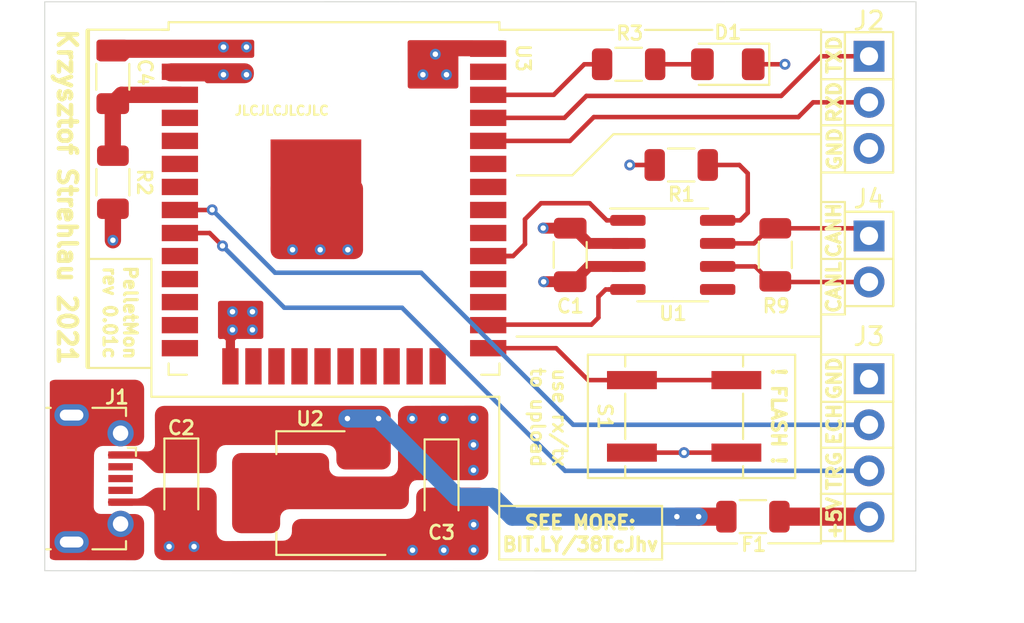
<source format=kicad_pcb>
(kicad_pcb (version 20171130) (host pcbnew "(5.1.7)-1")

  (general
    (thickness 1.6)
    (drawings 68)
    (tracks 141)
    (zones 0)
    (modules 18)
    (nets 19)
  )

  (page A4)
  (layers
    (0 F.Cu signal)
    (1 In1.Cu power)
    (2 In2.Cu power)
    (31 B.Cu signal)
    (32 B.Adhes user)
    (33 F.Adhes user)
    (34 B.Paste user)
    (35 F.Paste user)
    (36 B.SilkS user)
    (37 F.SilkS user)
    (38 B.Mask user)
    (39 F.Mask user)
    (40 Dwgs.User user)
    (41 Cmts.User user)
    (42 Eco1.User user)
    (43 Eco2.User user)
    (44 Edge.Cuts user)
    (45 Margin user)
    (46 B.CrtYd user)
    (47 F.CrtYd user)
    (48 B.Fab user)
    (49 F.Fab user)
  )

  (setup
    (last_trace_width 0.25)
    (trace_clearance 0.2)
    (zone_clearance 0.254)
    (zone_45_only no)
    (trace_min 0.2)
    (via_size 0.6)
    (via_drill 0.3)
    (via_min_size 0.4)
    (via_min_drill 0.3)
    (uvia_size 0.3)
    (uvia_drill 0.1)
    (uvias_allowed no)
    (uvia_min_size 0.2)
    (uvia_min_drill 0.1)
    (edge_width 0.05)
    (segment_width 0.2)
    (pcb_text_width 0.3)
    (pcb_text_size 1.5 1.5)
    (mod_edge_width 0.12)
    (mod_text_size 1 1)
    (mod_text_width 0.15)
    (pad_size 1.524 1.524)
    (pad_drill 0.762)
    (pad_to_mask_clearance 0)
    (aux_axis_origin 0 0)
    (visible_elements 7FFFFFFF)
    (pcbplotparams
      (layerselection 0x010fc_ffffffff)
      (usegerberextensions false)
      (usegerberattributes true)
      (usegerberadvancedattributes true)
      (creategerberjobfile true)
      (excludeedgelayer true)
      (linewidth 0.100000)
      (plotframeref false)
      (viasonmask false)
      (mode 1)
      (useauxorigin false)
      (hpglpennumber 1)
      (hpglpenspeed 20)
      (hpglpendiameter 15.000000)
      (psnegative false)
      (psa4output false)
      (plotreference true)
      (plotvalue true)
      (plotinvisibletext false)
      (padsonsilk false)
      (subtractmaskfromsilk false)
      (outputformat 1)
      (mirror false)
      (drillshape 0)
      (scaleselection 1)
      (outputdirectory "gerbers/"))
  )

  (net 0 "")
  (net 1 GND)
  (net 2 +3V3)
  (net 3 +5V)
  (net 4 "Net-(C4-Pad1)")
  (net 5 "Net-(D1-Pad2)")
  (net 6 /TXD)
  (net 7 /RXD)
  (net 8 /USS_ECHO)
  (net 9 /USS_TRIG)
  (net 10 "Net-(J4-Pad1)")
  (net 11 "Net-(J4-Pad2)")
  (net 12 "Net-(R1-Pad1)")
  (net 13 "Net-(R3-Pad2)")
  (net 14 "Net-(S1-Pad1)")
  (net 15 /CAN_TXD)
  (net 16 /CAN_RXD)
  (net 17 "Net-(F1-Pad1)")
  (net 18 "Net-(J1-Pad6)")

  (net_class Default "This is the default net class."
    (clearance 0.2)
    (trace_width 0.25)
    (via_dia 0.6)
    (via_drill 0.3)
    (uvia_dia 0.3)
    (uvia_drill 0.1)
    (add_net +3V3)
    (add_net +5V)
    (add_net /CAN_RXD)
    (add_net /CAN_TXD)
    (add_net /RXD)
    (add_net /TXD)
    (add_net /USS_ECHO)
    (add_net /USS_TRIG)
    (add_net GND)
    (add_net "Net-(C4-Pad1)")
    (add_net "Net-(D1-Pad2)")
    (add_net "Net-(F1-Pad1)")
    (add_net "Net-(J1-Pad6)")
    (add_net "Net-(J4-Pad1)")
    (add_net "Net-(J4-Pad2)")
    (add_net "Net-(R1-Pad1)")
    (add_net "Net-(R3-Pad2)")
    (add_net "Net-(S1-Pad1)")
  )

  (module Resistor_SMD:R_1206_3216Metric (layer F.Cu) (tedit 5F68FEEE) (tstamp 5FF6103F)
    (at 119.5659 61.2 180)
    (descr "Resistor SMD 1206 (3216 Metric), square (rectangular) end terminal, IPC_7351 nominal, (Body size source: IPC-SM-782 page 72, https://www.pcb-3d.com/wordpress/wp-content/uploads/ipc-sm-782a_amendment_1_and_2.pdf), generated with kicad-footprint-generator")
    (tags resistor)
    (path /5FF1CB46)
    (attr smd)
    (fp_text reference F1 (at -0.0465 -1.538) (layer F.SilkS)
      (effects (font (size 0.75 0.75) (thickness 0.15)))
    )
    (fp_text value Polyfuse_Small (at -0.0465 -1.792) (layer F.Fab) hide
      (effects (font (size 1 1) (thickness 0.15)))
    )
    (fp_line (start 2.28 1.12) (end -2.28 1.12) (layer F.CrtYd) (width 0.05))
    (fp_line (start 2.28 -1.12) (end 2.28 1.12) (layer F.CrtYd) (width 0.05))
    (fp_line (start -2.28 -1.12) (end 2.28 -1.12) (layer F.CrtYd) (width 0.05))
    (fp_line (start -2.28 1.12) (end -2.28 -1.12) (layer F.CrtYd) (width 0.05))
    (fp_line (start -0.727064 0.91) (end 0.727064 0.91) (layer F.SilkS) (width 0.12))
    (fp_line (start -0.727064 -0.91) (end 0.727064 -0.91) (layer F.SilkS) (width 0.12))
    (fp_line (start 1.6 0.8) (end -1.6 0.8) (layer F.Fab) (width 0.1))
    (fp_line (start 1.6 -0.8) (end 1.6 0.8) (layer F.Fab) (width 0.1))
    (fp_line (start -1.6 -0.8) (end 1.6 -0.8) (layer F.Fab) (width 0.1))
    (fp_line (start -1.6 0.8) (end -1.6 -0.8) (layer F.Fab) (width 0.1))
    (pad 1 smd roundrect (at -1.4625 0 180) (size 1.125 1.75) (layers F.Cu F.Paste F.Mask) (roundrect_rratio 0.222222)
      (net 17 "Net-(F1-Pad1)"))
    (pad 2 smd roundrect (at 1.4625 0 180) (size 1.125 1.75) (layers F.Cu F.Paste F.Mask) (roundrect_rratio 0.222222)
      (net 3 +5V))
    (model ${KISYS3DMOD}/Resistor_SMD.3dshapes/R_1206_3216Metric.wrl
      (at (xyz 0 0 0))
      (scale (xyz 1 1 1))
      (rotate (xyz 0 0 0))
    )
  )

  (module Button_Switch_SMD:SW_SPST_B3SL-1022P (layer F.Cu) (tedit 5A02FC95) (tstamp 5FF4CABA)
    (at 115.7764 55.67)
    (descr "Middle Stroke Tactile Switch, B3SL")
    (tags "Middle Stroke Tactile Switch")
    (path /5C2A633F)
    (attr smd)
    (fp_text reference S1 (at -4.3664 0 270 unlocked) (layer F.SilkS)
      (effects (font (size 0.75 0.75) (thickness 0.15)))
    )
    (fp_text value SW_Push (at 0 0) (layer F.Fab)
      (effects (font (size 0.5 0.5) (thickness 0.125)))
    )
    (fp_circle (center 0 0) (end 1.25 0) (layer F.Fab) (width 0.1))
    (fp_line (start -3.1 3.25) (end -3.1 -3.25) (layer F.Fab) (width 0.1))
    (fp_line (start 3.1 3.25) (end -3.1 3.25) (layer F.Fab) (width 0.1))
    (fp_line (start 3.1 -3.25) (end 3.1 3.25) (layer F.Fab) (width 0.1))
    (fp_line (start -3.1 -3.25) (end 3.1 -3.25) (layer F.Fab) (width 0.1))
    (fp_line (start -3.25 -1.25) (end -3.25 1.25) (layer F.SilkS) (width 0.12))
    (fp_line (start 3.25 -1.25) (end 3.25 1.25) (layer F.SilkS) (width 0.12))
    (fp_line (start -3.25 -3.4) (end -3.25 -2.75) (layer F.SilkS) (width 0.12))
    (fp_line (start 3.25 -3.4) (end -3.25 -3.4) (layer F.SilkS) (width 0.12))
    (fp_line (start 3.25 -2.75) (end 3.25 -3.4) (layer F.SilkS) (width 0.12))
    (fp_line (start -3.25 3.4) (end -3.25 2.75) (layer F.SilkS) (width 0.12))
    (fp_line (start 3.25 3.4) (end -3.25 3.4) (layer F.SilkS) (width 0.12))
    (fp_line (start 3.25 2.75) (end 3.25 3.4) (layer F.SilkS) (width 0.12))
    (fp_line (start -4.5 -3.65) (end -4.5 3.65) (layer F.CrtYd) (width 0.05))
    (fp_line (start 4.5 -3.65) (end -4.5 -3.65) (layer F.CrtYd) (width 0.05))
    (fp_line (start 4.5 3.65) (end 4.5 -3.65) (layer F.CrtYd) (width 0.05))
    (fp_line (start -4.5 3.65) (end 4.5 3.65) (layer F.CrtYd) (width 0.05))
    (pad 1 smd rect (at -2.88 -2) (size 2.75 1) (layers F.Cu F.Paste F.Mask)
      (net 14 "Net-(S1-Pad1)"))
    (pad 1 smd rect (at 2.88 -2) (size 2.75 1) (layers F.Cu F.Paste F.Mask)
      (net 14 "Net-(S1-Pad1)"))
    (pad 2 smd rect (at 2.88 2) (size 2.75 1) (layers F.Cu F.Paste F.Mask)
      (net 1 GND))
    (pad 2 smd rect (at -2.88 2) (size 2.75 1) (layers F.Cu F.Paste F.Mask)
      (net 1 GND))
    (model ${KISYS3DMOD}/Button_Switch_SMD.3dshapes/SW_SPST_TL3342.wrl
      (at (xyz 0 0 0))
      (scale (xyz 1 1 1))
      (rotate (xyz 0 0 0))
    )
  )

  (module RF_Module:ESP32-WROOM-32U (layer F.Cu) (tedit 5B5B4734) (tstamp 5FF602D6)
    (at 96.4712 43.655)
    (descr "Single 2.4 GHz Wi-Fi and Bluetooth combo chip with U.FL connector, https://www.espressif.com/sites/default/files/documentation/esp32-wroom-32d_esp32-wroom-32u_datasheet_en.pdf")
    (tags "Single 2.4 GHz Wi-Fi and Bluetooth combo  chip")
    (path /5FEB4E8C)
    (attr smd)
    (fp_text reference U3 (at 10.4288 -7.745 -90 unlocked) (layer F.SilkS)
      (effects (font (size 0.75 0.75) (thickness 0.15)))
    )
    (fp_text value ESP32-WROOM-32 (at 3.554 -0.005 270) (layer F.Fab)
      (effects (font (size 1 1) (thickness 0.15)))
    )
    (fp_line (start 9 9.6) (end 9 -9.6) (layer F.Fab) (width 0.1))
    (fp_line (start -9 9.6) (end 9 9.6) (layer F.Fab) (width 0.1))
    (fp_line (start -9 -9.6) (end -9 -9) (layer F.Fab) (width 0.1))
    (fp_line (start -9 -9.6) (end 9 -9.6) (layer F.Fab) (width 0.1))
    (fp_line (start -9.75 10.5) (end -9.75 -9.85) (layer F.CrtYd) (width 0.05))
    (fp_line (start -9.75 10.5) (end 9.75 10.5) (layer F.CrtYd) (width 0.05))
    (fp_line (start 9.75 -9.85) (end 9.75 10.5) (layer F.CrtYd) (width 0.05))
    (fp_line (start -9 -8) (end -9 9.6) (layer F.Fab) (width 0.1))
    (fp_line (start -8.5 -8.5) (end -9 -9) (layer F.Fab) (width 0.1))
    (fp_line (start -9 -8) (end -8.5 -8.5) (layer F.Fab) (width 0.1))
    (fp_line (start 9.75 -9.85) (end -9.75 -9.85) (layer F.CrtYd) (width 0.05))
    (fp_line (start -9.12 9.1) (end -9.12 9.72) (layer F.SilkS) (width 0.12))
    (fp_line (start -9.12 9.72) (end -8.12 9.72) (layer F.SilkS) (width 0.12))
    (fp_line (start 9.12 9.1) (end 9.12 9.72) (layer F.SilkS) (width 0.12))
    (fp_line (start 9.12 9.72) (end 8.12 9.72) (layer F.SilkS) (width 0.12))
    (fp_line (start -9.12 -9.72) (end 9.12 -9.72) (layer F.SilkS) (width 0.12))
    (fp_line (start 9.12 -9.72) (end 9.12 -9.3) (layer F.SilkS) (width 0.12))
    (fp_line (start -9.12 -9.72) (end -9.12 -9.3) (layer F.SilkS) (width 0.12))
    (fp_line (start -9.12 -9.3) (end -9.5 -9.3) (layer F.SilkS) (width 0.12))
    (fp_text user %R (at 0 0) (layer F.Fab)
      (effects (font (size 1 1) (thickness 0.15)))
    )
    (pad 39 smd rect (at -1 -0.755) (size 5 5) (layers F.Cu F.Paste F.Mask)
      (net 1 GND))
    (pad 1 smd rect (at -8.5 -8.255) (size 2 0.9) (layers F.Cu F.Paste F.Mask)
      (net 1 GND))
    (pad 2 smd rect (at -8.5 -6.985) (size 2 0.9) (layers F.Cu F.Paste F.Mask)
      (net 2 +3V3))
    (pad 3 smd rect (at -8.5 -5.715) (size 2 0.9) (layers F.Cu F.Paste F.Mask)
      (net 4 "Net-(C4-Pad1)"))
    (pad 4 smd rect (at -8.5 -4.445) (size 2 0.9) (layers F.Cu F.Paste F.Mask))
    (pad 5 smd rect (at -8.5 -3.175) (size 2 0.9) (layers F.Cu F.Paste F.Mask))
    (pad 6 smd rect (at -8.5 -1.905) (size 2 0.9) (layers F.Cu F.Paste F.Mask))
    (pad 7 smd rect (at -8.5 -0.635) (size 2 0.9) (layers F.Cu F.Paste F.Mask))
    (pad 8 smd rect (at -8.5 0.635) (size 2 0.9) (layers F.Cu F.Paste F.Mask)
      (net 8 /USS_ECHO))
    (pad 9 smd rect (at -8.5 1.905) (size 2 0.9) (layers F.Cu F.Paste F.Mask)
      (net 9 /USS_TRIG))
    (pad 10 smd rect (at -8.5 3.175) (size 2 0.9) (layers F.Cu F.Paste F.Mask))
    (pad 11 smd rect (at -8.5 4.445) (size 2 0.9) (layers F.Cu F.Paste F.Mask))
    (pad 12 smd rect (at -8.5 5.715) (size 2 0.9) (layers F.Cu F.Paste F.Mask))
    (pad 13 smd rect (at -8.5 6.985) (size 2 0.9) (layers F.Cu F.Paste F.Mask))
    (pad 14 smd rect (at -8.5 8.255) (size 2 0.9) (layers F.Cu F.Paste F.Mask))
    (pad 15 smd rect (at -5.715 9.255 270) (size 2 0.9) (layers F.Cu F.Paste F.Mask)
      (net 1 GND))
    (pad 16 smd rect (at -4.445 9.255 90) (size 2 0.9) (layers F.Cu F.Paste F.Mask))
    (pad 17 smd rect (at -3.175 9.255 90) (size 2 0.9) (layers F.Cu F.Paste F.Mask))
    (pad 18 smd rect (at -1.905 9.255 90) (size 2 0.9) (layers F.Cu F.Paste F.Mask))
    (pad 19 smd rect (at -0.635 9.255 90) (size 2 0.9) (layers F.Cu F.Paste F.Mask))
    (pad 20 smd rect (at 0.635 9.255 90) (size 2 0.9) (layers F.Cu F.Paste F.Mask))
    (pad 21 smd rect (at 1.905 9.255 90) (size 2 0.9) (layers F.Cu F.Paste F.Mask))
    (pad 22 smd rect (at 3.175 9.255 90) (size 2 0.9) (layers F.Cu F.Paste F.Mask))
    (pad 23 smd rect (at 4.445 9.255 90) (size 2 0.9) (layers F.Cu F.Paste F.Mask))
    (pad 24 smd rect (at 5.715 9.255 90) (size 2 0.9) (layers F.Cu F.Paste F.Mask))
    (pad 25 smd rect (at 8.5 8.255) (size 2 0.9) (layers F.Cu F.Paste F.Mask)
      (net 14 "Net-(S1-Pad1)"))
    (pad 26 smd rect (at 8.5 6.985) (size 2 0.9) (layers F.Cu F.Paste F.Mask)
      (net 16 /CAN_RXD))
    (pad 27 smd rect (at 8.5 5.715) (size 2 0.9) (layers F.Cu F.Paste F.Mask))
    (pad 28 smd rect (at 8.5 4.445) (size 2 0.9) (layers F.Cu F.Paste F.Mask))
    (pad 29 smd rect (at 8.5 3.175) (size 2 0.9) (layers F.Cu F.Paste F.Mask)
      (net 15 /CAN_TXD))
    (pad 30 smd rect (at 8.5 1.905) (size 2 0.9) (layers F.Cu F.Paste F.Mask))
    (pad 31 smd rect (at 8.5 0.635) (size 2 0.9) (layers F.Cu F.Paste F.Mask))
    (pad 32 smd rect (at 8.5 -0.635) (size 2 0.9) (layers F.Cu F.Paste F.Mask))
    (pad 33 smd rect (at 8.5 -1.905) (size 2 0.9) (layers F.Cu F.Paste F.Mask))
    (pad 34 smd rect (at 8.5 -3.175) (size 2 0.9) (layers F.Cu F.Paste F.Mask)
      (net 7 /RXD))
    (pad 35 smd rect (at 8.5 -4.445) (size 2 0.9) (layers F.Cu F.Paste F.Mask)
      (net 6 /TXD))
    (pad 36 smd rect (at 8.5 -5.715) (size 2 0.9) (layers F.Cu F.Paste F.Mask)
      (net 13 "Net-(R3-Pad2)"))
    (pad 37 smd rect (at 8.5 -6.985) (size 2 0.9) (layers F.Cu F.Paste F.Mask))
    (pad 38 smd rect (at 8.5 -8.255) (size 2 0.9) (layers F.Cu F.Paste F.Mask)
      (net 1 GND))
    (model ${KISYS3DMOD}/RF_Module.3dshapes/ESP32-WROOM-32U.wrl
      (at (xyz 0 0 0))
      (scale (xyz 1 1 1))
      (rotate (xyz 0 0 0))
    )
  )

  (module Package_SO:SOIC-8_3.9x4.9mm_P1.27mm (layer F.Cu) (tedit 5D9F72B1) (tstamp 5FEC2B50)
    (at 115.1494 46.768)
    (descr "SOIC, 8 Pin (JEDEC MS-012AA, https://www.analog.com/media/en/package-pcb-resources/package/pkg_pdf/soic_narrow-r/r_8.pdf), generated with kicad-footprint-generator ipc_gullwing_generator.py")
    (tags "SOIC SO")
    (path /5FD96B91)
    (attr smd)
    (fp_text reference U1 (at 0.014 3.232) (layer F.SilkS)
      (effects (font (size 0.75 0.75) (thickness 0.15)))
    )
    (fp_text value SN65HVD230 (at -0.225 0.105 270) (layer F.Fab)
      (effects (font (size 0.3 0.3) (thickness 0.075)))
    )
    (fp_line (start 3.7 -2.7) (end -3.7 -2.7) (layer F.CrtYd) (width 0.05))
    (fp_line (start 3.7 2.7) (end 3.7 -2.7) (layer F.CrtYd) (width 0.05))
    (fp_line (start -3.7 2.7) (end 3.7 2.7) (layer F.CrtYd) (width 0.05))
    (fp_line (start -3.7 -2.7) (end -3.7 2.7) (layer F.CrtYd) (width 0.05))
    (fp_line (start -1.95 -1.475) (end -0.975 -2.45) (layer F.Fab) (width 0.1))
    (fp_line (start -1.95 2.45) (end -1.95 -1.475) (layer F.Fab) (width 0.1))
    (fp_line (start 1.95 2.45) (end -1.95 2.45) (layer F.Fab) (width 0.1))
    (fp_line (start 1.95 -2.45) (end 1.95 2.45) (layer F.Fab) (width 0.1))
    (fp_line (start -0.975 -2.45) (end 1.95 -2.45) (layer F.Fab) (width 0.1))
    (fp_line (start 0 -2.56) (end -3.45 -2.56) (layer F.SilkS) (width 0.12))
    (fp_line (start 0 -2.56) (end 1.95 -2.56) (layer F.SilkS) (width 0.12))
    (fp_line (start 0 2.56) (end -1.95 2.56) (layer F.SilkS) (width 0.12))
    (fp_line (start 0 2.56) (end 1.95 2.56) (layer F.SilkS) (width 0.12))
    (pad 1 smd roundrect (at -2.475 -1.905) (size 1.95 0.6) (layers F.Cu F.Paste F.Mask) (roundrect_rratio 0.25)
      (net 15 /CAN_TXD))
    (pad 2 smd roundrect (at -2.475 -0.635) (size 1.95 0.6) (layers F.Cu F.Paste F.Mask) (roundrect_rratio 0.25)
      (net 1 GND))
    (pad 3 smd roundrect (at -2.475 0.635) (size 1.95 0.6) (layers F.Cu F.Paste F.Mask) (roundrect_rratio 0.25)
      (net 2 +3V3))
    (pad 4 smd roundrect (at -2.475 1.905) (size 1.95 0.6) (layers F.Cu F.Paste F.Mask) (roundrect_rratio 0.25)
      (net 16 /CAN_RXD))
    (pad 5 smd roundrect (at 2.475 1.905) (size 1.95 0.6) (layers F.Cu F.Paste F.Mask) (roundrect_rratio 0.25))
    (pad 6 smd roundrect (at 2.475 0.635) (size 1.95 0.6) (layers F.Cu F.Paste F.Mask) (roundrect_rratio 0.25)
      (net 11 "Net-(J4-Pad2)"))
    (pad 7 smd roundrect (at 2.475 -0.635) (size 1.95 0.6) (layers F.Cu F.Paste F.Mask) (roundrect_rratio 0.25)
      (net 10 "Net-(J4-Pad1)"))
    (pad 8 smd roundrect (at 2.475 -1.905) (size 1.95 0.6) (layers F.Cu F.Paste F.Mask) (roundrect_rratio 0.25)
      (net 12 "Net-(R1-Pad1)"))
    (model ${KISYS3DMOD}/Package_SO.3dshapes/SOIC-8_3.9x4.9mm_P1.27mm.wrl
      (at (xyz 0 0 0))
      (scale (xyz 1 1 1))
      (rotate (xyz 0 0 0))
    )
  )

  (module Capacitor_Tantalum_SMD:CP_EIA-3216-10_Kemet-I (layer F.Cu) (tedit 5EBA9318) (tstamp 5FF62CEE)
    (at 102.4 59.25 270)
    (descr "Tantalum Capacitor SMD Kemet-I (3216-10 Metric), IPC_7351 nominal, (Body size from: http://www.kemet.com/Lists/ProductCatalog/Attachments/253/KEM_TC101_STD.pdf), generated with kicad-footprint-generator")
    (tags "capacitor tantalum")
    (path /5C25F4DB)
    (attr smd)
    (fp_text reference C3 (at 2.825 0 180) (layer F.SilkS)
      (effects (font (size 0.75 0.75) (thickness 0.15)))
    )
    (fp_text value 47µf (at -0.05 0) (layer F.Fab)
      (effects (font (size 0.3 0.3) (thickness 0.075)))
    )
    (fp_line (start 2.3 1.05) (end -2.3 1.05) (layer F.CrtYd) (width 0.05))
    (fp_line (start 2.3 -1.05) (end 2.3 1.05) (layer F.CrtYd) (width 0.05))
    (fp_line (start -2.3 -1.05) (end 2.3 -1.05) (layer F.CrtYd) (width 0.05))
    (fp_line (start -2.3 1.05) (end -2.3 -1.05) (layer F.CrtYd) (width 0.05))
    (fp_line (start -2.31 0.935) (end 1.6 0.935) (layer F.SilkS) (width 0.12))
    (fp_line (start -2.31 -0.935) (end -2.31 0.935) (layer F.SilkS) (width 0.12))
    (fp_line (start 1.6 -0.935) (end -2.31 -0.935) (layer F.SilkS) (width 0.12))
    (fp_line (start 1.6 0.8) (end 1.6 -0.8) (layer F.Fab) (width 0.1))
    (fp_line (start -1.6 0.8) (end 1.6 0.8) (layer F.Fab) (width 0.1))
    (fp_line (start -1.6 -0.4) (end -1.6 0.8) (layer F.Fab) (width 0.1))
    (fp_line (start -1.2 -0.8) (end -1.6 -0.4) (layer F.Fab) (width 0.1))
    (fp_line (start 1.6 -0.8) (end -1.2 -0.8) (layer F.Fab) (width 0.1))
    (pad 1 smd roundrect (at -1.35 0 270) (size 1.4 1.35) (layers F.Cu F.Paste F.Mask) (roundrect_rratio 0.1851844444444445)
      (net 2 +3V3))
    (pad 2 smd roundrect (at 1.35 0 270) (size 1.4 1.35) (layers F.Cu F.Paste F.Mask) (roundrect_rratio 0.1851844444444445)
      (net 1 GND))
    (model ${KISYS3DMOD}/Capacitor_Tantalum_SMD.3dshapes/CP_EIA-3216-10_Kemet-I.wrl
      (at (xyz 0 0 0))
      (scale (xyz 1 1 1))
      (rotate (xyz 0 0 0))
    )
  )

  (module Capacitor_Tantalum_SMD:CP_EIA-3216-10_Kemet-I (layer F.Cu) (tedit 5EBA9318) (tstamp 5FF62CA8)
    (at 88.05 59.2 270)
    (descr "Tantalum Capacitor SMD Kemet-I (3216-10 Metric), IPC_7351 nominal, (Body size from: http://www.kemet.com/Lists/ProductCatalog/Attachments/253/KEM_TC101_STD.pdf), generated with kicad-footprint-generator")
    (tags "capacitor tantalum")
    (path /5C260468)
    (attr smd)
    (fp_text reference C2 (at -2.9 0 180) (layer F.SilkS)
      (effects (font (size 0.75 0.75) (thickness 0.15)))
    )
    (fp_text value 10µf (at -0.05 0.05) (layer F.Fab)
      (effects (font (size 0.5 0.5) (thickness 0.125)))
    )
    (fp_line (start 1.6 -0.8) (end -1.2 -0.8) (layer F.Fab) (width 0.1))
    (fp_line (start -1.2 -0.8) (end -1.6 -0.4) (layer F.Fab) (width 0.1))
    (fp_line (start -1.6 -0.4) (end -1.6 0.8) (layer F.Fab) (width 0.1))
    (fp_line (start -1.6 0.8) (end 1.6 0.8) (layer F.Fab) (width 0.1))
    (fp_line (start 1.6 0.8) (end 1.6 -0.8) (layer F.Fab) (width 0.1))
    (fp_line (start 1.6 -0.935) (end -2.31 -0.935) (layer F.SilkS) (width 0.12))
    (fp_line (start -2.31 -0.935) (end -2.31 0.935) (layer F.SilkS) (width 0.12))
    (fp_line (start -2.31 0.935) (end 1.6 0.935) (layer F.SilkS) (width 0.12))
    (fp_line (start -2.3 1.05) (end -2.3 -1.05) (layer F.CrtYd) (width 0.05))
    (fp_line (start -2.3 -1.05) (end 2.3 -1.05) (layer F.CrtYd) (width 0.05))
    (fp_line (start 2.3 -1.05) (end 2.3 1.05) (layer F.CrtYd) (width 0.05))
    (fp_line (start 2.3 1.05) (end -2.3 1.05) (layer F.CrtYd) (width 0.05))
    (pad 2 smd roundrect (at 1.35 0 270) (size 1.4 1.35) (layers F.Cu F.Paste F.Mask) (roundrect_rratio 0.1851844444444445)
      (net 1 GND))
    (pad 1 smd roundrect (at -1.35 0 270) (size 1.4 1.35) (layers F.Cu F.Paste F.Mask) (roundrect_rratio 0.1851844444444445)
      (net 3 +5V))
    (model ${KISYS3DMOD}/Capacitor_Tantalum_SMD.3dshapes/CP_EIA-3216-10_Kemet-I.wrl
      (at (xyz 0 0 0))
      (scale (xyz 1 1 1))
      (rotate (xyz 0 0 0))
    )
  )

  (module LED_SMD:LED_1206_3216Metric (layer F.Cu) (tedit 5F68FEF1) (tstamp 5FF5CD5B)
    (at 118.184 36.2556 180)
    (descr "LED SMD 1206 (3216 Metric), square (rectangular) end terminal, IPC_7351 nominal, (Body size source: http://www.tortai-tech.com/upload/download/2011102023233369053.pdf), generated with kicad-footprint-generator")
    (tags LED)
    (path /5C2682E9)
    (attr smd)
    (fp_text reference D1 (at 0 1.7624) (layer F.SilkS)
      (effects (font (size 0.75 0.75) (thickness 0.15)))
    )
    (fp_text value CFG (at 0 0) (layer F.Fab)
      (effects (font (size 0.4 0.4) (thickness 0.1)))
    )
    (fp_line (start 2.28 1.12) (end -2.28 1.12) (layer F.CrtYd) (width 0.05))
    (fp_line (start 2.28 -1.12) (end 2.28 1.12) (layer F.CrtYd) (width 0.05))
    (fp_line (start -2.28 -1.12) (end 2.28 -1.12) (layer F.CrtYd) (width 0.05))
    (fp_line (start -2.28 1.12) (end -2.28 -1.12) (layer F.CrtYd) (width 0.05))
    (fp_line (start -2.285 1.135) (end 1.6 1.135) (layer F.SilkS) (width 0.12))
    (fp_line (start -2.285 -1.135) (end -2.285 1.135) (layer F.SilkS) (width 0.12))
    (fp_line (start 1.6 -1.135) (end -2.285 -1.135) (layer F.SilkS) (width 0.12))
    (fp_line (start 1.6 0.8) (end 1.6 -0.8) (layer F.Fab) (width 0.1))
    (fp_line (start -1.6 0.8) (end 1.6 0.8) (layer F.Fab) (width 0.1))
    (fp_line (start -1.6 -0.4) (end -1.6 0.8) (layer F.Fab) (width 0.1))
    (fp_line (start -1.2 -0.8) (end -1.6 -0.4) (layer F.Fab) (width 0.1))
    (fp_line (start 1.6 -0.8) (end -1.2 -0.8) (layer F.Fab) (width 0.1))
    (pad 1 smd roundrect (at -1.4 0 180) (size 1.25 1.75) (layers F.Cu F.Paste F.Mask) (roundrect_rratio 0.2)
      (net 1 GND))
    (pad 2 smd roundrect (at 1.4 0 180) (size 1.25 1.75) (layers F.Cu F.Paste F.Mask) (roundrect_rratio 0.2)
      (net 5 "Net-(D1-Pad2)"))
    (model ${KISYS3DMOD}/LED_SMD.3dshapes/LED_1206_3216Metric.wrl
      (at (xyz 0 0 0))
      (scale (xyz 1 1 1))
      (rotate (xyz 0 0 0))
    )
  )

  (module Connector_USB:USB_Micro-B_Molex-105017-0001 (layer F.Cu) (tedit 5A1DC0BE) (tstamp 5FECF6B9)
    (at 83.2375 59.1 270)
    (descr http://www.molex.com/pdm_docs/sd/1050170001_sd.pdf)
    (tags "Micro-USB SMD Typ-B")
    (path /5C24DFA6)
    (attr smd)
    (fp_text reference J1 (at -4.49 -1.2625 180) (layer F.SilkS)
      (effects (font (size 0.75 0.75) (thickness 0.15)))
    )
    (fp_text value USB_B_Micro (at 0.3 4.3375 90) (layer F.Fab)
      (effects (font (size 1 1) (thickness 0.15)))
    )
    (fp_line (start -1.1 -2.1225) (end -1.1 -1.9125) (layer F.Fab) (width 0.1))
    (fp_line (start -1.5 -2.1225) (end -1.5 -1.9125) (layer F.Fab) (width 0.1))
    (fp_line (start -1.5 -2.1225) (end -1.1 -2.1225) (layer F.Fab) (width 0.1))
    (fp_line (start -1.1 -1.9125) (end -1.3 -1.7125) (layer F.Fab) (width 0.1))
    (fp_line (start -1.3 -1.7125) (end -1.5 -1.9125) (layer F.Fab) (width 0.1))
    (fp_line (start -1.7 -2.3125) (end -1.7 -1.8625) (layer F.SilkS) (width 0.12))
    (fp_line (start -1.7 -2.3125) (end -1.25 -2.3125) (layer F.SilkS) (width 0.12))
    (fp_line (start 3.9 -1.7625) (end 3.45 -1.7625) (layer F.SilkS) (width 0.12))
    (fp_line (start 3.9 0.0875) (end 3.9 -1.7625) (layer F.SilkS) (width 0.12))
    (fp_line (start -3.9 2.6375) (end -3.9 2.3875) (layer F.SilkS) (width 0.12))
    (fp_line (start -3.75 3.3875) (end -3.75 -1.6125) (layer F.Fab) (width 0.1))
    (fp_line (start -3.75 -1.6125) (end 3.75 -1.6125) (layer F.Fab) (width 0.1))
    (fp_line (start -3.75 3.389204) (end 3.75 3.389204) (layer F.Fab) (width 0.1))
    (fp_line (start -3 2.689204) (end 3 2.689204) (layer F.Fab) (width 0.1))
    (fp_line (start 3.75 3.3875) (end 3.75 -1.6125) (layer F.Fab) (width 0.1))
    (fp_line (start 3.9 2.6375) (end 3.9 2.3875) (layer F.SilkS) (width 0.12))
    (fp_line (start -3.9 0.0875) (end -3.9 -1.7625) (layer F.SilkS) (width 0.12))
    (fp_line (start -3.9 -1.7625) (end -3.45 -1.7625) (layer F.SilkS) (width 0.12))
    (fp_line (start -4.4 3.64) (end -4.4 -2.46) (layer F.CrtYd) (width 0.05))
    (fp_line (start -4.4 -2.46) (end 4.4 -2.46) (layer F.CrtYd) (width 0.05))
    (fp_line (start 4.4 -2.46) (end 4.4 3.64) (layer F.CrtYd) (width 0.05))
    (fp_line (start -4.4 3.64) (end 4.4 3.64) (layer F.CrtYd) (width 0.05))
    (fp_text user "PCB Edge" (at 0 2.6875 90) (layer Dwgs.User)
      (effects (font (size 0.5 0.5) (thickness 0.08)))
    )
    (fp_text user %R (at 0 0.8875 90) (layer F.Fab)
      (effects (font (size 1 1) (thickness 0.15)))
    )
    (pad 6 smd rect (at 1 1.2375 270) (size 1.5 1.9) (layers F.Cu F.Paste F.Mask)
      (net 18 "Net-(J1-Pad6)"))
    (pad 6 thru_hole circle (at -2.5 -1.4625 270) (size 1.45 1.45) (drill 0.85) (layers *.Cu *.Mask)
      (net 18 "Net-(J1-Pad6)"))
    (pad 2 smd rect (at -0.65 -1.4625 270) (size 0.4 1.35) (layers F.Cu F.Paste F.Mask))
    (pad 1 smd rect (at -1.3 -1.4625 270) (size 0.4 1.35) (layers F.Cu F.Paste F.Mask)
      (net 3 +5V))
    (pad 5 smd rect (at 1.3 -1.4625 270) (size 0.4 1.35) (layers F.Cu F.Paste F.Mask)
      (net 1 GND))
    (pad 4 smd rect (at 0.65 -1.4625 270) (size 0.4 1.35) (layers F.Cu F.Paste F.Mask))
    (pad 3 smd rect (at 0 -1.4625 270) (size 0.4 1.35) (layers F.Cu F.Paste F.Mask))
    (pad 6 thru_hole circle (at 2.5 -1.4625 270) (size 1.45 1.45) (drill 0.85) (layers *.Cu *.Mask)
      (net 18 "Net-(J1-Pad6)"))
    (pad 6 smd rect (at -1 1.2375 270) (size 1.5 1.9) (layers F.Cu F.Paste F.Mask)
      (net 18 "Net-(J1-Pad6)"))
    (pad 6 thru_hole oval (at -3.5 1.2375 90) (size 1.2 1.9) (drill oval 0.6 1.3) (layers *.Cu *.Mask)
      (net 18 "Net-(J1-Pad6)"))
    (pad 6 thru_hole oval (at 3.5 1.2375 270) (size 1.2 1.9) (drill oval 0.6 1.3) (layers *.Cu *.Mask)
      (net 18 "Net-(J1-Pad6)"))
    (pad 6 smd rect (at 2.9 1.2375 270) (size 1.2 1.9) (layers F.Cu F.Mask)
      (net 18 "Net-(J1-Pad6)"))
    (pad 6 smd rect (at -2.9 1.2375 270) (size 1.2 1.9) (layers F.Cu F.Mask)
      (net 18 "Net-(J1-Pad6)"))
    (model ${KISYS3DMOD}/Connector_USB.3dshapes/USB_Micro-B_Molex_47346-0001.wrl
      (at (xyz 0 0 0))
      (scale (xyz 1 1 1))
      (rotate (xyz 0 0 0))
    )
  )

  (module Package_TO_SOT_SMD:SOT-223-3_TabPin2 (layer F.Cu) (tedit 5A02FF57) (tstamp 5FEBC368)
    (at 95.2 59.9 180)
    (descr "module CMS SOT223 4 pins")
    (tags "CMS SOT")
    (path /5C24DC7F)
    (attr smd)
    (fp_text reference U2 (at 0.0516 4.0962) (layer F.SilkS)
      (effects (font (size 0.75 0.75) (thickness 0.15)))
    )
    (fp_text value AMS1117-3.3 (at -0.15 0 270) (layer F.Fab)
      (effects (font (size 0.5 0.5) (thickness 0.125)))
    )
    (fp_line (start 1.85 -3.35) (end 1.85 3.35) (layer F.Fab) (width 0.1))
    (fp_line (start -1.85 3.35) (end 1.85 3.35) (layer F.Fab) (width 0.1))
    (fp_line (start -4.1 -3.41) (end 1.91 -3.41) (layer F.SilkS) (width 0.12))
    (fp_line (start -0.85 -3.35) (end 1.85 -3.35) (layer F.Fab) (width 0.1))
    (fp_line (start -1.85 3.41) (end 1.91 3.41) (layer F.SilkS) (width 0.12))
    (fp_line (start -1.85 -2.35) (end -1.85 3.35) (layer F.Fab) (width 0.1))
    (fp_line (start -1.85 -2.35) (end -0.85 -3.35) (layer F.Fab) (width 0.1))
    (fp_line (start -4.4 -3.6) (end -4.4 3.6) (layer F.CrtYd) (width 0.05))
    (fp_line (start -4.4 3.6) (end 4.4 3.6) (layer F.CrtYd) (width 0.05))
    (fp_line (start 4.4 3.6) (end 4.4 -3.6) (layer F.CrtYd) (width 0.05))
    (fp_line (start 4.4 -3.6) (end -4.4 -3.6) (layer F.CrtYd) (width 0.05))
    (fp_line (start 1.91 -3.41) (end 1.91 -2.15) (layer F.SilkS) (width 0.12))
    (fp_line (start 1.91 3.41) (end 1.91 2.15) (layer F.SilkS) (width 0.12))
    (pad 2 smd rect (at 3.15 0 180) (size 2 3.8) (layers F.Cu F.Paste F.Mask)
      (net 2 +3V3))
    (pad 2 smd rect (at -3.15 0 180) (size 2 1.5) (layers F.Cu F.Paste F.Mask)
      (net 2 +3V3))
    (pad 3 smd rect (at -3.15 2.3 180) (size 2 1.5) (layers F.Cu F.Paste F.Mask)
      (net 3 +5V))
    (pad 1 smd rect (at -3.15 -2.3 180) (size 2 1.5) (layers F.Cu F.Paste F.Mask)
      (net 1 GND))
    (model ${KISYS3DMOD}/Package_TO_SOT_SMD.3dshapes/SOT-223.wrl
      (at (xyz 0 0 0))
      (scale (xyz 1 1 1))
      (rotate (xyz 0 0 0))
    )
  )

  (module Capacitor_SMD:C_1206_3216Metric (layer F.Cu) (tedit 5F68FEEE) (tstamp 5FF609FF)
    (at 109.4934 46.768 270)
    (descr "Capacitor SMD 1206 (3216 Metric), square (rectangular) end terminal, IPC_7351 nominal, (Body size source: IPC-SM-782 page 76, https://www.pcb-3d.com/wordpress/wp-content/uploads/ipc-sm-782a_amendment_1_and_2.pdf), generated with kicad-footprint-generator")
    (tags capacitor)
    (path /5FED7D5D)
    (attr smd)
    (fp_text reference C1 (at 2.822 -0.01 180) (layer F.SilkS)
      (effects (font (size 0.75 0.75) (thickness 0.15)))
    )
    (fp_text value 0.1uF (at 0 0 180) (layer F.Fab)
      (effects (font (size 0.3 0.3) (thickness 0.075)))
    )
    (fp_line (start 2.3 1.15) (end -2.3 1.15) (layer F.CrtYd) (width 0.05))
    (fp_line (start 2.3 -1.15) (end 2.3 1.15) (layer F.CrtYd) (width 0.05))
    (fp_line (start -2.3 -1.15) (end 2.3 -1.15) (layer F.CrtYd) (width 0.05))
    (fp_line (start -2.3 1.15) (end -2.3 -1.15) (layer F.CrtYd) (width 0.05))
    (fp_line (start -0.711252 0.91) (end 0.711252 0.91) (layer F.SilkS) (width 0.12))
    (fp_line (start -0.711252 -0.91) (end 0.711252 -0.91) (layer F.SilkS) (width 0.12))
    (fp_line (start 1.6 0.8) (end -1.6 0.8) (layer F.Fab) (width 0.1))
    (fp_line (start 1.6 -0.8) (end 1.6 0.8) (layer F.Fab) (width 0.1))
    (fp_line (start -1.6 -0.8) (end 1.6 -0.8) (layer F.Fab) (width 0.1))
    (fp_line (start -1.6 0.8) (end -1.6 -0.8) (layer F.Fab) (width 0.1))
    (pad 1 smd roundrect (at -1.475 0 270) (size 1.15 1.8) (layers F.Cu F.Paste F.Mask) (roundrect_rratio 0.2173904347826087)
      (net 1 GND))
    (pad 2 smd roundrect (at 1.475 0 270) (size 1.15 1.8) (layers F.Cu F.Paste F.Mask) (roundrect_rratio 0.2173904347826087)
      (net 2 +3V3))
    (model ${KISYS3DMOD}/Capacitor_SMD.3dshapes/C_1206_3216Metric.wrl
      (at (xyz 0 0 0))
      (scale (xyz 1 1 1))
      (rotate (xyz 0 0 0))
    )
  )

  (module Resistor_SMD:R_1206_3216Metric (layer F.Cu) (tedit 5F68FEEE) (tstamp 5FF62C82)
    (at 115.6151 41.8084 180)
    (descr "Resistor SMD 1206 (3216 Metric), square (rectangular) end terminal, IPC_7351 nominal, (Body size source: IPC-SM-782 page 72, https://www.pcb-3d.com/wordpress/wp-content/uploads/ipc-sm-782a_amendment_1_and_2.pdf), generated with kicad-footprint-generator")
    (tags resistor)
    (path /5FD9FAAB)
    (attr smd)
    (fp_text reference R1 (at -0.0125 -1.6216 180) (layer F.SilkS)
      (effects (font (size 0.75 0.75) (thickness 0.15)))
    )
    (fp_text value 10k (at -0.1035 0) (layer F.Fab)
      (effects (font (size 0.5 0.5) (thickness 0.125)))
    )
    (fp_line (start -1.6 0.8) (end -1.6 -0.8) (layer F.Fab) (width 0.1))
    (fp_line (start -1.6 -0.8) (end 1.6 -0.8) (layer F.Fab) (width 0.1))
    (fp_line (start 1.6 -0.8) (end 1.6 0.8) (layer F.Fab) (width 0.1))
    (fp_line (start 1.6 0.8) (end -1.6 0.8) (layer F.Fab) (width 0.1))
    (fp_line (start -0.727064 -0.91) (end 0.727064 -0.91) (layer F.SilkS) (width 0.12))
    (fp_line (start -0.727064 0.91) (end 0.727064 0.91) (layer F.SilkS) (width 0.12))
    (fp_line (start -2.28 1.12) (end -2.28 -1.12) (layer F.CrtYd) (width 0.05))
    (fp_line (start -2.28 -1.12) (end 2.28 -1.12) (layer F.CrtYd) (width 0.05))
    (fp_line (start 2.28 -1.12) (end 2.28 1.12) (layer F.CrtYd) (width 0.05))
    (fp_line (start 2.28 1.12) (end -2.28 1.12) (layer F.CrtYd) (width 0.05))
    (pad 2 smd roundrect (at 1.4625 0 180) (size 1.125 1.75) (layers F.Cu F.Paste F.Mask) (roundrect_rratio 0.2222213333333333)
      (net 1 GND))
    (pad 1 smd roundrect (at -1.4625 0 180) (size 1.125 1.75) (layers F.Cu F.Paste F.Mask) (roundrect_rratio 0.2222213333333333)
      (net 12 "Net-(R1-Pad1)"))
    (model ${KISYS3DMOD}/Resistor_SMD.3dshapes/R_1206_3216Metric.wrl
      (at (xyz 0 0 0))
      (scale (xyz 1 1 1))
      (rotate (xyz 0 0 0))
    )
  )

  (module Resistor_SMD:R_1206_3216Metric (layer F.Cu) (tedit 5F68FEEE) (tstamp 5FF601F0)
    (at 84.2772 42.7595 270)
    (descr "Resistor SMD 1206 (3216 Metric), square (rectangular) end terminal, IPC_7351 nominal, (Body size source: IPC-SM-782 page 72, https://www.pcb-3d.com/wordpress/wp-content/uploads/ipc-sm-782a_amendment_1_and_2.pdf), generated with kicad-footprint-generator")
    (tags resistor)
    (path /5C24E9A7)
    (attr smd)
    (fp_text reference R2 (at 0.0005 -1.7428 270 unlocked) (layer F.SilkS)
      (effects (font (size 0.75 0.75) (thickness 0.15)))
    )
    (fp_text value 10k (at 0 0.016 180) (layer F.Fab)
      (effects (font (size 0.5 0.5) (thickness 0.125)))
    )
    (fp_line (start 2.28 1.12) (end -2.28 1.12) (layer F.CrtYd) (width 0.05))
    (fp_line (start 2.28 -1.12) (end 2.28 1.12) (layer F.CrtYd) (width 0.05))
    (fp_line (start -2.28 -1.12) (end 2.28 -1.12) (layer F.CrtYd) (width 0.05))
    (fp_line (start -2.28 1.12) (end -2.28 -1.12) (layer F.CrtYd) (width 0.05))
    (fp_line (start -0.727064 0.91) (end 0.727064 0.91) (layer F.SilkS) (width 0.12))
    (fp_line (start -0.727064 -0.91) (end 0.727064 -0.91) (layer F.SilkS) (width 0.12))
    (fp_line (start 1.6 0.8) (end -1.6 0.8) (layer F.Fab) (width 0.1))
    (fp_line (start 1.6 -0.8) (end 1.6 0.8) (layer F.Fab) (width 0.1))
    (fp_line (start -1.6 -0.8) (end 1.6 -0.8) (layer F.Fab) (width 0.1))
    (fp_line (start -1.6 0.8) (end -1.6 -0.8) (layer F.Fab) (width 0.1))
    (pad 1 smd roundrect (at -1.4625 0 270) (size 1.125 1.75) (layers F.Cu F.Paste F.Mask) (roundrect_rratio 0.2222213333333333)
      (net 4 "Net-(C4-Pad1)"))
    (pad 2 smd roundrect (at 1.4625 0 270) (size 1.125 1.75) (layers F.Cu F.Paste F.Mask) (roundrect_rratio 0.2222213333333333)
      (net 2 +3V3))
    (model ${KISYS3DMOD}/Resistor_SMD.3dshapes/R_1206_3216Metric.wrl
      (at (xyz 0 0 0))
      (scale (xyz 1 1 1))
      (rotate (xyz 0 0 0))
    )
  )

  (module Resistor_SMD:R_1206_3216Metric (layer F.Cu) (tedit 5F68FEEE) (tstamp 5FECDA3B)
    (at 112.7145 36.2556 180)
    (descr "Resistor SMD 1206 (3216 Metric), square (rectangular) end terminal, IPC_7351 nominal, (Body size source: IPC-SM-782 page 72, https://www.pcb-3d.com/wordpress/wp-content/uploads/ipc-sm-782a_amendment_1_and_2.pdf), generated with kicad-footprint-generator")
    (tags resistor)
    (path /5C26A322)
    (attr smd)
    (fp_text reference R3 (at -0.0615 1.7116) (layer F.SilkS)
      (effects (font (size 0.75 0.75) (thickness 0.15)))
    )
    (fp_text value 220R (at -0.1095 0.086) (layer F.Fab)
      (effects (font (size 0.3 0.3) (thickness 0.075)))
    )
    (fp_line (start 2.28 1.12) (end -2.28 1.12) (layer F.CrtYd) (width 0.05))
    (fp_line (start 2.28 -1.12) (end 2.28 1.12) (layer F.CrtYd) (width 0.05))
    (fp_line (start -2.28 -1.12) (end 2.28 -1.12) (layer F.CrtYd) (width 0.05))
    (fp_line (start -2.28 1.12) (end -2.28 -1.12) (layer F.CrtYd) (width 0.05))
    (fp_line (start -0.727064 0.91) (end 0.727064 0.91) (layer F.SilkS) (width 0.12))
    (fp_line (start -0.727064 -0.91) (end 0.727064 -0.91) (layer F.SilkS) (width 0.12))
    (fp_line (start 1.6 0.8) (end -1.6 0.8) (layer F.Fab) (width 0.1))
    (fp_line (start 1.6 -0.8) (end 1.6 0.8) (layer F.Fab) (width 0.1))
    (fp_line (start -1.6 -0.8) (end 1.6 -0.8) (layer F.Fab) (width 0.1))
    (fp_line (start -1.6 0.8) (end -1.6 -0.8) (layer F.Fab) (width 0.1))
    (pad 1 smd roundrect (at -1.4625 0 180) (size 1.125 1.75) (layers F.Cu F.Paste F.Mask) (roundrect_rratio 0.2222213333333333)
      (net 5 "Net-(D1-Pad2)"))
    (pad 2 smd roundrect (at 1.4625 0 180) (size 1.125 1.75) (layers F.Cu F.Paste F.Mask) (roundrect_rratio 0.2222213333333333)
      (net 13 "Net-(R3-Pad2)"))
    (model ${KISYS3DMOD}/Resistor_SMD.3dshapes/R_1206_3216Metric.wrl
      (at (xyz 0 0 0))
      (scale (xyz 1 1 1))
      (rotate (xyz 0 0 0))
    )
  )

  (module Resistor_SMD:R_1206_3216Metric (layer F.Cu) (tedit 5F68FEEE) (tstamp 5FECDA4B)
    (at 120.8024 46.7625 270)
    (descr "Resistor SMD 1206 (3216 Metric), square (rectangular) end terminal, IPC_7351 nominal, (Body size source: IPC-SM-782 page 72, https://www.pcb-3d.com/wordpress/wp-content/uploads/ipc-sm-782a_amendment_1_and_2.pdf), generated with kicad-footprint-generator")
    (tags resistor)
    (path /5FD98731)
    (attr smd)
    (fp_text reference R9 (at 2.8175 -0.05 180) (layer F.SilkS)
      (effects (font (size 0.75 0.75) (thickness 0.15)))
    )
    (fp_text value 120R (at 0.0055 0.026 180) (layer F.Fab)
      (effects (font (size 0.3 0.3) (thickness 0.075)))
    )
    (fp_line (start -1.6 0.8) (end -1.6 -0.8) (layer F.Fab) (width 0.1))
    (fp_line (start -1.6 -0.8) (end 1.6 -0.8) (layer F.Fab) (width 0.1))
    (fp_line (start 1.6 -0.8) (end 1.6 0.8) (layer F.Fab) (width 0.1))
    (fp_line (start 1.6 0.8) (end -1.6 0.8) (layer F.Fab) (width 0.1))
    (fp_line (start -0.727064 -0.91) (end 0.727064 -0.91) (layer F.SilkS) (width 0.12))
    (fp_line (start -0.727064 0.91) (end 0.727064 0.91) (layer F.SilkS) (width 0.12))
    (fp_line (start -2.28 1.12) (end -2.28 -1.12) (layer F.CrtYd) (width 0.05))
    (fp_line (start -2.28 -1.12) (end 2.28 -1.12) (layer F.CrtYd) (width 0.05))
    (fp_line (start 2.28 -1.12) (end 2.28 1.12) (layer F.CrtYd) (width 0.05))
    (fp_line (start 2.28 1.12) (end -2.28 1.12) (layer F.CrtYd) (width 0.05))
    (pad 2 smd roundrect (at 1.4625 0 270) (size 1.125 1.75) (layers F.Cu F.Paste F.Mask) (roundrect_rratio 0.2222213333333333)
      (net 11 "Net-(J4-Pad2)"))
    (pad 1 smd roundrect (at -1.4625 0 270) (size 1.125 1.75) (layers F.Cu F.Paste F.Mask) (roundrect_rratio 0.2222213333333333)
      (net 10 "Net-(J4-Pad1)"))
    (model ${KISYS3DMOD}/Resistor_SMD.3dshapes/R_1206_3216Metric.wrl
      (at (xyz 0 0 0))
      (scale (xyz 1 1 1))
      (rotate (xyz 0 0 0))
    )
  )

  (module Capacitor_SMD:C_1206_3216Metric (layer F.Cu) (tedit 5F68FEEE) (tstamp 5FF601C3)
    (at 84.2712 36.95 90)
    (descr "Capacitor SMD 1206 (3216 Metric), square (rectangular) end terminal, IPC_7351 nominal, (Body size source: IPC-SM-782 page 76, https://www.pcb-3d.com/wordpress/wp-content/uploads/ipc-sm-782a_amendment_1_and_2.pdf), generated with kicad-footprint-generator")
    (tags capacitor)
    (path /5FED2F99)
    (attr smd)
    (fp_text reference C4 (at 0.25 1.7788 270 unlocked) (layer F.SilkS)
      (effects (font (size 0.75 0.75) (thickness 0.15)))
    )
    (fp_text value 0.1uF (at 0 0.006 180) (layer F.Fab)
      (effects (font (size 0.3 0.3) (thickness 0.075)))
    )
    (fp_line (start -1.6 0.8) (end -1.6 -0.8) (layer F.Fab) (width 0.1))
    (fp_line (start -1.6 -0.8) (end 1.6 -0.8) (layer F.Fab) (width 0.1))
    (fp_line (start 1.6 -0.8) (end 1.6 0.8) (layer F.Fab) (width 0.1))
    (fp_line (start 1.6 0.8) (end -1.6 0.8) (layer F.Fab) (width 0.1))
    (fp_line (start -0.711252 -0.91) (end 0.711252 -0.91) (layer F.SilkS) (width 0.12))
    (fp_line (start -0.711252 0.91) (end 0.711252 0.91) (layer F.SilkS) (width 0.12))
    (fp_line (start -2.3 1.15) (end -2.3 -1.15) (layer F.CrtYd) (width 0.05))
    (fp_line (start -2.3 -1.15) (end 2.3 -1.15) (layer F.CrtYd) (width 0.05))
    (fp_line (start 2.3 -1.15) (end 2.3 1.15) (layer F.CrtYd) (width 0.05))
    (fp_line (start 2.3 1.15) (end -2.3 1.15) (layer F.CrtYd) (width 0.05))
    (pad 1 smd roundrect (at -1.475 0 90) (size 1.15 1.8) (layers F.Cu F.Paste F.Mask) (roundrect_rratio 0.217391)
      (net 4 "Net-(C4-Pad1)"))
    (pad 2 smd roundrect (at 1.475 0 90) (size 1.15 1.8) (layers F.Cu F.Paste F.Mask) (roundrect_rratio 0.217391)
      (net 1 GND))
    (model ${KISYS3DMOD}/Capacitor_SMD.3dshapes/C_1206_3216Metric.wrl
      (at (xyz 0 0 0))
      (scale (xyz 1 1 1))
      (rotate (xyz 0 0 0))
    )
  )

  (module Connector_PinHeader_2.54mm:PinHeader_1x03_P2.54mm_Vertical (layer F.Cu) (tedit 59FED5CC) (tstamp 5FF617A0)
    (at 125.971 35.814)
    (descr "Through hole straight pin header, 1x03, 2.54mm pitch, single row")
    (tags "Through hole pin header THT 1x03 2.54mm single row")
    (path /5C27B46C)
    (fp_text reference J2 (at 0 -1.9558) (layer F.SilkS)
      (effects (font (size 1 1) (thickness 0.15)))
    )
    (fp_text value Conn_01x03 (at 1.918 1.56972 90) (layer F.Fab)
      (effects (font (size 1 1) (thickness 0.15)))
    )
    (fp_line (start 1.8 -1.8) (end -1.8 -1.8) (layer F.CrtYd) (width 0.05))
    (fp_line (start 1.8 6.85) (end 1.8 -1.8) (layer F.CrtYd) (width 0.05))
    (fp_line (start -1.8 6.85) (end 1.8 6.85) (layer F.CrtYd) (width 0.05))
    (fp_line (start -1.8 -1.8) (end -1.8 6.85) (layer F.CrtYd) (width 0.05))
    (fp_line (start -1.33 -1.33) (end 0 -1.33) (layer F.SilkS) (width 0.12))
    (fp_line (start -1.33 0) (end -1.33 -1.33) (layer F.SilkS) (width 0.12))
    (fp_line (start -1.33 1.27) (end 1.33 1.27) (layer F.SilkS) (width 0.12))
    (fp_line (start 1.33 1.27) (end 1.33 6.41) (layer F.SilkS) (width 0.12))
    (fp_line (start -1.33 1.27) (end -1.33 6.41) (layer F.SilkS) (width 0.12))
    (fp_line (start -1.33 6.41) (end 1.33 6.41) (layer F.SilkS) (width 0.12))
    (fp_line (start -1.27 -0.635) (end -0.635 -1.27) (layer F.Fab) (width 0.1))
    (fp_line (start -1.27 6.35) (end -1.27 -0.635) (layer F.Fab) (width 0.1))
    (fp_line (start 1.27 6.35) (end -1.27 6.35) (layer F.Fab) (width 0.1))
    (fp_line (start 1.27 -1.27) (end 1.27 6.35) (layer F.Fab) (width 0.1))
    (fp_line (start -0.635 -1.27) (end 1.27 -1.27) (layer F.Fab) (width 0.1))
    (fp_text user %R (at 0 2.54 90) (layer F.Fab)
      (effects (font (size 1 1) (thickness 0.15)))
    )
    (pad 1 thru_hole rect (at 0 0) (size 1.7 1.7) (drill 1) (layers *.Cu *.Mask)
      (net 6 /TXD))
    (pad 2 thru_hole oval (at 0 2.54) (size 1.7 1.7) (drill 1) (layers *.Cu *.Mask)
      (net 7 /RXD))
    (pad 3 thru_hole oval (at 0 5.08) (size 1.7 1.7) (drill 1) (layers *.Cu *.Mask)
      (net 1 GND))
    (model ${KISYS3DMOD}/Connector_PinHeader_2.54mm.3dshapes/PinHeader_1x03_P2.54mm_Horizontal.wrl
      (at (xyz 0 0 0))
      (scale (xyz 1 1 1))
      (rotate (xyz 0 0 0))
    )
  )

  (module Connector_PinHeader_2.54mm:PinHeader_1x04_P2.54mm_Vertical (layer F.Cu) (tedit 59FED5CC) (tstamp 5FF617B6)
    (at 125.971 53.594)
    (descr "Through hole straight pin header, 1x04, 2.54mm pitch, single row")
    (tags "Through hole pin header THT 1x04 2.54mm single row")
    (path /5FEA09DB)
    (fp_text reference J3 (at 0 -2.33) (layer F.SilkS)
      (effects (font (size 1 1) (thickness 0.15)))
    )
    (fp_text value Conn_01x04 (at 1.66908 3.54076 90) (layer F.Fab)
      (effects (font (size 1 1) (thickness 0.15)))
    )
    (fp_line (start 1.8 -1.8) (end -1.8 -1.8) (layer F.CrtYd) (width 0.05))
    (fp_line (start 1.8 9.4) (end 1.8 -1.8) (layer F.CrtYd) (width 0.05))
    (fp_line (start -1.8 9.4) (end 1.8 9.4) (layer F.CrtYd) (width 0.05))
    (fp_line (start -1.8 -1.8) (end -1.8 9.4) (layer F.CrtYd) (width 0.05))
    (fp_line (start -1.33 -1.33) (end 0 -1.33) (layer F.SilkS) (width 0.12))
    (fp_line (start -1.33 0) (end -1.33 -1.33) (layer F.SilkS) (width 0.12))
    (fp_line (start -1.33 1.27) (end 1.33 1.27) (layer F.SilkS) (width 0.12))
    (fp_line (start 1.33 1.27) (end 1.33 8.95) (layer F.SilkS) (width 0.12))
    (fp_line (start -1.33 1.27) (end -1.33 8.95) (layer F.SilkS) (width 0.12))
    (fp_line (start -1.33 8.95) (end 1.33 8.95) (layer F.SilkS) (width 0.12))
    (fp_line (start -1.27 -0.635) (end -0.635 -1.27) (layer F.Fab) (width 0.1))
    (fp_line (start -1.27 8.89) (end -1.27 -0.635) (layer F.Fab) (width 0.1))
    (fp_line (start 1.27 8.89) (end -1.27 8.89) (layer F.Fab) (width 0.1))
    (fp_line (start 1.27 -1.27) (end 1.27 8.89) (layer F.Fab) (width 0.1))
    (fp_line (start -0.635 -1.27) (end 1.27 -1.27) (layer F.Fab) (width 0.1))
    (fp_text user %R (at 0 3.81 90) (layer F.Fab)
      (effects (font (size 1 1) (thickness 0.15)))
    )
    (pad 1 thru_hole rect (at 0 0) (size 1.7 1.7) (drill 1) (layers *.Cu *.Mask)
      (net 1 GND))
    (pad 2 thru_hole oval (at 0 2.54) (size 1.7 1.7) (drill 1) (layers *.Cu *.Mask)
      (net 8 /USS_ECHO))
    (pad 3 thru_hole oval (at 0 5.08) (size 1.7 1.7) (drill 1) (layers *.Cu *.Mask)
      (net 9 /USS_TRIG))
    (pad 4 thru_hole oval (at 0 7.62) (size 1.7 1.7) (drill 1) (layers *.Cu *.Mask)
      (net 17 "Net-(F1-Pad1)"))
    (model ${KISYS3DMOD}/Connector_PinHeader_2.54mm.3dshapes/PinHeader_1x04_P2.54mm_Horizontal.wrl
      (at (xyz 0 0 0))
      (scale (xyz 1 1 1))
      (rotate (xyz 0 0 0))
    )
  )

  (module Connector_PinHeader_2.54mm:PinHeader_1x02_P2.54mm_Vertical (layer F.Cu) (tedit 59FED5CC) (tstamp 5FF617CD)
    (at 125.971 45.72)
    (descr "Through hole straight pin header, 1x02, 2.54mm pitch, single row")
    (tags "Through hole pin header THT 1x02 2.54mm single row")
    (path /5FD97B51)
    (fp_text reference J4 (at 0.009 -2.04) (layer F.SilkS)
      (effects (font (size 1 1) (thickness 0.15)))
    )
    (fp_text value Conn_01x02 (at 1.98912 1.31064 90) (layer F.Fab)
      (effects (font (size 1 1) (thickness 0.15)))
    )
    (fp_line (start 1.8 -1.8) (end -1.8 -1.8) (layer F.CrtYd) (width 0.05))
    (fp_line (start 1.8 4.35) (end 1.8 -1.8) (layer F.CrtYd) (width 0.05))
    (fp_line (start -1.8 4.35) (end 1.8 4.35) (layer F.CrtYd) (width 0.05))
    (fp_line (start -1.8 -1.8) (end -1.8 4.35) (layer F.CrtYd) (width 0.05))
    (fp_line (start -1.33 -1.33) (end 0 -1.33) (layer F.SilkS) (width 0.12))
    (fp_line (start -1.33 0) (end -1.33 -1.33) (layer F.SilkS) (width 0.12))
    (fp_line (start -1.33 1.27) (end 1.33 1.27) (layer F.SilkS) (width 0.12))
    (fp_line (start 1.33 1.27) (end 1.33 3.87) (layer F.SilkS) (width 0.12))
    (fp_line (start -1.33 1.27) (end -1.33 3.87) (layer F.SilkS) (width 0.12))
    (fp_line (start -1.33 3.87) (end 1.33 3.87) (layer F.SilkS) (width 0.12))
    (fp_line (start -1.27 -0.635) (end -0.635 -1.27) (layer F.Fab) (width 0.1))
    (fp_line (start -1.27 3.81) (end -1.27 -0.635) (layer F.Fab) (width 0.1))
    (fp_line (start 1.27 3.81) (end -1.27 3.81) (layer F.Fab) (width 0.1))
    (fp_line (start 1.27 -1.27) (end 1.27 3.81) (layer F.Fab) (width 0.1))
    (fp_line (start -0.635 -1.27) (end 1.27 -1.27) (layer F.Fab) (width 0.1))
    (fp_text user %R (at 0 1.27 90) (layer F.Fab)
      (effects (font (size 1 1) (thickness 0.15)))
    )
    (pad 1 thru_hole rect (at 0 0) (size 1.7 1.7) (drill 1) (layers *.Cu *.Mask)
      (net 10 "Net-(J4-Pad1)"))
    (pad 2 thru_hole oval (at 0 2.54) (size 1.7 1.7) (drill 1) (layers *.Cu *.Mask)
      (net 11 "Net-(J4-Pad2)"))
    (model ${KISYS3DMOD}/Connector_PinHeader_2.54mm.3dshapes/PinHeader_1x02_P2.54mm_Horizontal.wrl
      (at (xyz 0 0 0))
      (scale (xyz 1 1 1))
      (rotate (xyz 0 0 0))
    )
  )

  (gr_line (start 127.3048 54.86908) (end 127.3048 52.2732) (layer F.SilkS) (width 0.12))
  (gr_line (start 127.29972 37.60724) (end 127.29972 34.47796) (layer F.SilkS) (width 0.12) (tstamp 5FF62010))
  (gr_line (start 124.641 49.59) (end 124.641 50.04816) (layer F.SilkS) (width 0.12) (tstamp 5FF61E6B))
  (gr_text "use rx/tx\nto upload" (at 108.3 55.73 270) (layer F.SilkS) (tstamp 5FF5F50E)
    (effects (font (size 0.75 0.75) (thickness 0.15)))
  )
  (gr_line (start 123.32 62.67) (end 120.42 62.67) (layer F.SilkS) (width 0.12) (tstamp 5FF5F304))
  (gr_line (start 114.57 62.68) (end 118.69 62.68) (layer F.SilkS) (width 0.12) (tstamp 5FF5F2FD))
  (gr_line (start 123.325 34.35) (end 118.9 34.35) (layer F.SilkS) (width 0.12) (tstamp 5FF62D29))
  (gr_line (start 111.89 34.355) (end 105.5912 34.355) (layer F.SilkS) (width 0.12) (tstamp 5FF62D20))
  (gr_line (start 117.33 34.36) (end 113.62 34.36) (layer F.SilkS) (width 0.12) (tstamp 5FF62D1D))
  (gr_line (start 106.54 51.27) (end 123.32 51.27) (layer F.SilkS) (width 0.12))
  (gr_line (start 111.88 40.11) (end 109.61 42.38) (layer F.SilkS) (width 0.12))
  (gr_line (start 123.32 40.11) (end 111.88 40.11) (layer F.SilkS) (width 0.12))
  (gr_line (start 106.56 42.38) (end 109.61 42.38) (layer F.SilkS) (width 0.12))
  (gr_text "SEE MORE:\nBIT.LY/38TcJhv" (at 110.05 62.13) (layer F.SilkS)
    (effects (font (size 0.75 0.75) (thickness 0.1875)))
  )
  (gr_line (start 110.468 52.27) (end 110.468 59.07) (layer F.SilkS) (width 0.12) (tstamp 5FF5D22E))
  (gr_line (start 123.3424 34.47796) (end 127.29972 34.47796) (layer F.SilkS) (width 0.12) (tstamp 5FF61316))
  (gr_line (start 123.325 39.62) (end 127.3 39.62) (layer F.SilkS) (width 0.12) (tstamp 5FF61328))
  (gr_line (start 123.325 37.08) (end 127.3 37.08) (layer F.SilkS) (width 0.12) (tstamp 5FF61319))
  (gr_line (start 123.325 34.35) (end 123.325 43.85) (layer F.SilkS) (width 0.12) (tstamp 5FF61325))
  (gr_line (start 123.325 42.22) (end 124.705 42.22) (layer F.SilkS) (width 0.12) (tstamp 5FF61B78))
  (gr_line (start 124.705 42.22) (end 127.3 42.22) (layer F.SilkS) (width 0.12) (tstamp 5FF61322))
  (gr_line (start 124.64288 34.50844) (end 124.64688 42.18444) (layer F.SilkS) (width 0.12) (tstamp 5FF6131F))
  (gr_line (start 121.898 52.27) (end 121.898 59.07) (layer F.SilkS) (width 0.12) (tstamp 5FF5D524))
  (gr_line (start 110.468 52.27) (end 121.898 52.27) (layer F.SilkS) (width 0.12) (tstamp 5FF5D22B))
  (gr_line (start 127.31 44.39) (end 127.31 49.5808) (layer F.SilkS) (width 0.12) (tstamp 5FF61D55))
  (gr_line (start 124.705 44.39) (end 127.31 44.39) (layer F.SilkS) (width 0.12) (tstamp 5FF612F2))
  (gr_line (start 124.641 50.04816) (end 123.33 50.05) (layer F.SilkS) (width 0.12) (tstamp 5FF612F5))
  (gr_line (start 124.64 46.99) (end 124.64 43.85) (layer F.SilkS) (width 0.12) (tstamp 5FF612EF))
  (gr_line (start 123.325 43.85) (end 124.64 43.85) (layer F.SilkS) (width 0.12) (tstamp 5FF612FE))
  (gr_line (start 127.3 46.99) (end 123.325 46.99) (layer F.SilkS) (width 0.12) (tstamp 5FF612FB))
  (gr_line (start 123.325 43.85) (end 123.325 52.264) (layer F.SilkS) (width 0.12) (tstamp 5FF61304))
  (gr_line (start 127.3048 52.264) (end 123.325 52.264) (layer F.SilkS) (width 0.12) (tstamp 5FF612EC))
  (gr_line (start 123.325 62.55) (end 127.3 62.55) (layer F.SilkS) (width 0.12) (tstamp 5FF6130A))
  (gr_line (start 123.315 59.94) (end 127.3 59.94) (layer F.SilkS) (width 0.12) (tstamp 5FF612E9))
  (gr_line (start 123.325 57.4) (end 127.3 57.4) (layer F.SilkS) (width 0.12) (tstamp 5FF61301))
  (gr_line (start 123.325 52.264) (end 123.32 62.67) (layer F.SilkS) (width 0.12) (tstamp 5FF6130D))
  (gr_line (start 123.35 54.87) (end 127.3 54.87) (layer F.SilkS) (width 0.12) (tstamp 5FF61310))
  (gr_line (start 124.64 62.54) (end 124.64 52.27) (layer F.SilkS) (width 0.12) (tstamp 5FF61313))
  (gr_text JLCJLCJLCJLC (at 93.59 38.81) (layer F.SilkS) (tstamp 5FF5AD47)
    (effects (font (size 0.5 0.5) (thickness 0.125)))
  )
  (gr_line (start 82.88 34.35) (end 87.35 34.35) (layer F.SilkS) (width 0.12) (tstamp 5FF5ACC3))
  (gr_line (start 82.89 34.41) (end 82.89 52.93046) (layer F.SilkS) (width 0.25) (tstamp 5FF5AA06))
  (gr_line (start 82.93 46.99) (end 86.4 46.99) (layer F.SilkS) (width 0.12) (tstamp 5FF5A871))
  (gr_line (start 114.56 63.56) (end 114.56 60.61) (layer F.SilkS) (width 0.12))
  (gr_line (start 105.59 60.61) (end 114.56 60.61) (layer F.SilkS) (width 0.12) (tstamp 5FF5A5DB))
  (gr_line (start 86.4 46.99) (end 86.4 54.59) (layer F.SilkS) (width 0.12))
  (gr_line (start 105.58 54.59) (end 105.58 63.5635) (layer F.SilkS) (width 0.12))
  (gr_line (start 86.4 54.59) (end 105.58 54.59) (layer F.SilkS) (width 0.12))
  (gr_line (start 82.88 53) (end 86.4 53) (layer F.SilkS) (width 0.12))
  (gr_line (start 110.468 59.07) (end 121.898 59.07) (layer F.SilkS) (width 0.12))
  (gr_line (start 105.58 63.5635) (end 114.56 63.56) (layer F.SilkS) (width 0.12))
  (gr_text "PelletMon\nrev 0.01c" (at 84.67 49.95 270) (layer F.SilkS) (tstamp 5FF5A879)
    (effects (font (size 0.7 0.7) (thickness 0.175)))
  )
  (gr_text CANL (at 124.0282 48.55 90) (layer F.SilkS) (tstamp 5FF612CE)
    (effects (font (size 0.75 0.75) (thickness 0.1875)))
  )
  (dimension 31.39 (width 0.15) (layer Dwgs.User) (tstamp 5FF61209)
    (gr_text "31,390 mm" (at 133.1514 48.50096 90) (layer Dwgs.User) (tstamp 5FF62256)
      (effects (font (size 1 1) (thickness 0.15)))
    )
    (feature1 (pts (xy 128.5494 32.80596) (xy 132.437821 32.80596)))
    (feature2 (pts (xy 128.5494 64.19596) (xy 132.437821 64.19596)))
    (crossbar (pts (xy 131.8514 64.19596) (xy 131.8514 32.80596)))
    (arrow1a (pts (xy 131.8514 32.80596) (xy 132.437821 33.932464)))
    (arrow1b (pts (xy 131.8514 32.80596) (xy 131.264979 33.932464)))
    (arrow2a (pts (xy 131.8514 64.19596) (xy 132.437821 63.069456)))
    (arrow2b (pts (xy 131.8514 64.19596) (xy 131.264979 63.069456)))
  )
  (dimension 48.804403 (width 0.15) (layer Dwgs.User) (tstamp 5FEB7FB0)
    (gr_text "48,804 mm" (at 104.146056 67.68798 -0.01873684767) (layer Dwgs.User) (tstamp 5FEB7FB0)
      (effects (font (size 1 1) (thickness 0.15)))
    )
    (feature1 (pts (xy 79.745 64.18) (xy 79.744089 66.966421)))
    (feature2 (pts (xy 128.5494 64.19596) (xy 128.548489 66.982381)))
    (crossbar (pts (xy 128.548681 66.39596) (xy 79.744281 66.38)))
    (arrow1a (pts (xy 79.744281 66.38) (xy 80.870976 65.793948)))
    (arrow1b (pts (xy 79.744281 66.38) (xy 80.870593 66.966789)))
    (arrow2a (pts (xy 128.548681 66.39596) (xy 127.422369 65.809171)))
    (arrow2b (pts (xy 128.548681 66.39596) (xy 127.421986 66.982012)))
  )
  (gr_text "Krzysztof Strehlau 2021" (at 81.75 43.58 270) (layer F.SilkS)
    (effects (font (size 1 1) (thickness 0.25)))
  )
  (gr_text CANH (at 124.0282 45.4152 90) (layer F.SilkS) (tstamp 5FF612E0)
    (effects (font (size 0.75 0.75) (thickness 0.1875)))
  )
  (gr_text +5V (at 124.0536 61.2902 90) (layer F.SilkS) (tstamp 5FF612E6)
    (effects (font (size 0.75 0.75) (thickness 0.1875)))
  )
  (gr_text TRG (at 124.0536 58.674 90) (layer F.SilkS) (tstamp 5FF612D7)
    (effects (font (size 0.75 0.75) (thickness 0.1875)))
  )
  (gr_text ECH (at 124.0536 56.1086 90) (layer F.SilkS) (tstamp 5FF612E3)
    (effects (font (size 0.75 0.75) (thickness 0.1875)))
  )
  (gr_text GND (at 124.0536 53.5686 90) (layer F.SilkS) (tstamp 5FF612D4)
    (effects (font (size 0.75 0.75) (thickness 0.1875)))
  )
  (gr_text GND (at 124.079 40.93 90) (layer F.SilkS) (tstamp 5FF612D1)
    (effects (font (size 0.75 0.75) (thickness 0.1875)))
  )
  (gr_text TXD (at 124.0536 35.7378 90) (layer F.SilkS) (tstamp 5FF62668)
    (effects (font (size 0.75 0.75) (thickness 0.1875)))
  )
  (gr_text RXD (at 124.0536 38.35 90) (layer F.SilkS) (tstamp 5FF612DA)
    (effects (font (size 0.75 0.75) (thickness 0.1875)))
  )
  (gr_text "! FLASH !" (at 120.985 55.66 270) (layer F.SilkS)
    (effects (font (size 0.75 0.75) (thickness 0.1875)))
  )
  (gr_line (start 128.5494 64.19596) (end 128.55956 32.80664) (layer Edge.Cuts) (width 0.05) (tstamp 5FF61205))
  (gr_line (start 80.52 64.18) (end 128.5494 64.19596) (layer Edge.Cuts) (width 0.05))
  (gr_line (start 80.518 32.81) (end 80.52 64.18) (layer Edge.Cuts) (width 0.05))
  (gr_line (start 128.5594 32.80596) (end 80.518 32.81) (layer Edge.Cuts) (width 0.05))

  (via (at 95.7072 46.482) (size 0.6) (drill 0.3) (layers F.Cu B.Cu) (net 1) (tstamp 5FF60281))
  (via (at 97.2312 46.482) (size 0.6) (drill 0.3) (layers F.Cu B.Cu) (net 1) (tstamp 5FF6026C))
  (via (at 94.1832 46.482) (size 0.6) (drill 0.3) (layers F.Cu B.Cu) (net 1) (tstamp 5FF60266))
  (via (at 90.3732 35.306) (size 0.6) (drill 0.3) (layers F.Cu B.Cu) (net 1) (tstamp 5FF60278))
  (via (at 108.0028 45.2882) (size 0.6) (drill 0.3) (layers F.Cu B.Cu) (net 1) (tstamp 5FF60A33))
  (via (at 90.8712 49.9) (size 0.6) (drill 0.3) (layers F.Cu B.Cu) (net 1) (tstamp 5FF60272))
  (via (at 90.8712 50.9) (size 0.6) (drill 0.3) (layers F.Cu B.Cu) (net 1) (tstamp 5FF6026F))
  (via (at 91.9712 50.9) (size 0.6) (drill 0.3) (layers F.Cu B.Cu) (net 1) (tstamp 5FF60293))
  (via (at 91.6432 35.306) (size 0.6) (drill 0.3) (layers F.Cu B.Cu) (net 1) (tstamp 5FF60287))
  (via (at 101.3712 36.83) (size 0.6) (drill 0.3) (layers F.Cu B.Cu) (net 1) (tstamp 5FF6027B))
  (via (at 102.6712 36.83) (size 0.6) (drill 0.3) (layers F.Cu B.Cu) (net 1) (tstamp 5FF60269))
  (via (at 102.0572 35.7) (size 0.6) (drill 0.3) (layers F.Cu B.Cu) (net 1) (tstamp 5FF60290))
  (via (at 91.9712 49.9) (size 0.6) (drill 0.3) (layers F.Cu B.Cu) (net 1) (tstamp 5FF60275))
  (via (at 121.334 36.2556) (size 0.6) (drill 0.3) (layers F.Cu B.Cu) (net 1))
  (segment (start 121.334 36.2556) (end 119.584 36.2556) (width 0.25) (layer F.Cu) (net 1) (status 20))
  (segment (start 88.05 60.55) (end 88.05 60.225) (width 0.25) (layer F.Cu) (net 1) (status 30))
  (segment (start 87.9 60.4) (end 88.05 60.55) (width 0.25) (layer F.Cu) (net 1) (status 30))
  (segment (start 109.4934 45.293) (end 108.0104 45.293) (width 0.6) (layer F.Cu) (net 1) (tstamp 5FF60A2A) (status 10))
  (via (at 112.776 41.8084) (size 0.6) (drill 0.3) (layers F.Cu B.Cu) (net 1) (tstamp 5FF5F7E6))
  (via (at 87.375 62.85) (size 0.6) (drill 0.3) (layers F.Cu B.Cu) (net 1) (tstamp 5FF50016))
  (via (at 88.75 62.85) (size 0.6) (drill 0.3) (layers F.Cu B.Cu) (net 1) (tstamp 5FF5942E))
  (via (at 115.7714 57.67) (size 0.6) (drill 0.3) (layers F.Cu B.Cu) (net 1))
  (segment (start 118.6564 57.67) (end 115.7714 57.67) (width 0.25) (layer F.Cu) (net 1) (status 10))
  (segment (start 115.7714 57.67) (end 112.8964 57.67) (width 0.25) (layer F.Cu) (net 1) (status 20))
  (segment (start 109.6774 45.293) (end 110.5174 46.133) (width 0.6) (layer F.Cu) (net 1) (tstamp 5FF60A21) (status 10))
  (segment (start 114.1526 41.8084) (end 112.776 41.8084) (width 0.25) (layer F.Cu) (net 1) (status 10))
  (segment (start 112.6744 46.133) (end 110.5174 46.133) (width 0.6) (layer F.Cu) (net 1) (status 10))
  (via (at 104.17 61.64) (size 0.6) (drill 0.3) (layers F.Cu B.Cu) (net 1) (tstamp 5FF5EA10))
  (via (at 100.8 63.05) (size 0.6) (drill 0.3) (layers F.Cu B.Cu) (net 1) (tstamp 5FF5EA1C))
  (via (at 104.17 63.04) (size 0.6) (drill 0.3) (layers F.Cu B.Cu) (net 1) (tstamp 5FF5EA1D))
  (via (at 102.52 63.05) (size 0.6) (drill 0.3) (layers F.Cu B.Cu) (net 1) (tstamp 5FF5EA1E))
  (segment (start 101.854 57.816) (end 101.77 57.9) (width 0.25) (layer F.Cu) (net 2) (status 30))
  (segment (start 101.87 57.8) (end 101.77 57.9) (width 0.25) (layer F.Cu) (net 2) (status 30))
  (segment (start 88.736202 36.67) (end 87.9712 36.67) (width 0.25) (layer F.Cu) (net 2) (tstamp 5FF60257) (status 30))
  (via (at 90.3732 36.83) (size 0.6) (drill 0.3) (layers F.Cu B.Cu) (net 2) (tstamp 5FF60296))
  (via (at 108.0282 48.2473) (size 0.6) (drill 0.3) (layers F.Cu B.Cu) (net 2) (tstamp 5FF60A30))
  (via (at 84.2772 45.958) (size 0.6) (drill 0.3) (layers F.Cu B.Cu) (net 2) (tstamp 5FF5FFBE))
  (via (at 91.6432 36.83) (size 0.6) (drill 0.3) (layers F.Cu B.Cu) (net 2) (tstamp 5FF60284))
  (segment (start 84.2772 44.222) (end 84.2772 45.958) (width 0.9) (layer F.Cu) (net 2) (tstamp 5FF5FFAF) (status 10))
  (via (at 100.78 55.79) (size 0.6) (drill 0.3) (layers F.Cu B.Cu) (net 2) (tstamp 5FF58F8B))
  (segment (start 110.5174 47.403) (end 109.6774 48.243) (width 0.6) (layer F.Cu) (net 2) (tstamp 5FF60A2D) (status 20))
  (via (at 104.16 57.24) (size 0.6) (drill 0.3) (layers F.Cu B.Cu) (net 2) (tstamp 5FF58FD9))
  (via (at 104.16 58.64) (size 0.6) (drill 0.3) (layers F.Cu B.Cu) (net 2) (tstamp 5FF58FDB))
  (via (at 102.5 55.79) (size 0.6) (drill 0.3) (layers F.Cu B.Cu) (net 2) (tstamp 5FF59C3E))
  (via (at 104.15 55.78) (size 0.6) (drill 0.3) (layers F.Cu B.Cu) (net 2) (tstamp 5FF59C46))
  (segment (start 108.0352 48.243) (end 108.0282 48.25) (width 0.25) (layer F.Cu) (net 2))
  (segment (start 109.4934 48.243) (end 108.0352 48.243) (width 0.6) (layer F.Cu) (net 2) (tstamp 5FF60A1E) (status 10))
  (segment (start 112.6744 47.403) (end 110.5174 47.403) (width 0.6) (layer F.Cu) (net 2) (status 10))
  (via (at 97.21 55.79) (size 0.6) (drill 0.3) (layers F.Cu B.Cu) (net 3) (tstamp 5FF5E7BB))
  (via (at 98.93 55.79) (size 0.6) (drill 0.3) (layers F.Cu B.Cu) (net 3) (tstamp 5FF5E7BC))
  (segment (start 88 57.8) (end 88.05 57.85) (width 0.25) (layer F.Cu) (net 3) (status 30))
  (segment (start 118.0534 61.15) (end 118.1034 61.2) (width 0.25) (layer F.Cu) (net 3) (tstamp 5FF6102B) (status 30))
  (via (at 116.575 61.2) (size 0.6) (drill 0.3) (layers F.Cu B.Cu) (net 3))
  (segment (start 118.1034 61.2) (end 116.6 61.2) (width 1) (layer F.Cu) (net 3) (status 10))
  (via (at 115.375 61.2) (size 0.6) (drill 0.3) (layers F.Cu B.Cu) (net 3) (tstamp 5FF618EE))
  (segment (start 115.375 61.2) (end 116.575 61.2) (width 1) (layer F.Cu) (net 3))
  (segment (start 98.93 55.79) (end 97.21 55.79) (width 1) (layer B.Cu) (net 3))
  (segment (start 106.3 61.2) (end 105.21 60.11) (width 1) (layer B.Cu) (net 3))
  (segment (start 103.25 60.11) (end 98.93 55.79) (width 1) (layer B.Cu) (net 3))
  (segment (start 105.21 60.11) (end 103.25 60.11) (width 1) (layer B.Cu) (net 3))
  (segment (start 116.575 61.2) (end 106.3 61.2) (width 1) (layer B.Cu) (net 3))
  (segment (start 84.2772 38.306) (end 84.2712 38.3) (width 0.25) (layer F.Cu) (net 4) (tstamp 5FF5FF9D) (status 30))
  (segment (start 84.65 38.425) (end 84.2712 38.425) (width 0.25) (layer F.Cu) (net 4) (status 30))
  (segment (start 84.2712 38.425) (end 84.595 38.425) (width 0.25) (layer F.Cu) (net 4) (status 30))
  (segment (start 84.595 38.425) (end 85.08 37.94) (width 0.25) (layer F.Cu) (net 4) (status 30))
  (segment (start 84.7562 37.94) (end 84.2712 38.425) (width 0.9) (layer F.Cu) (net 4) (status 30))
  (segment (start 87.9712 37.94) (end 84.7562 37.94) (width 0.9) (layer F.Cu) (net 4) (status 30))
  (segment (start 84.2712 41.291) (end 84.2772 41.297) (width 0.25) (layer F.Cu) (net 4) (status 30))
  (segment (start 84.2712 38.425) (end 84.2712 41.291) (width 0.9) (layer F.Cu) (net 4) (status 30))
  (segment (start 116.784 36.2556) (end 114.177 36.2556) (width 0.25) (layer F.Cu) (net 5) (status 30))
  (segment (start 109.1768 39.21) (end 110.3868 38) (width 0.25) (layer F.Cu) (net 6))
  (segment (start 109.1768 39.21) (end 104.9712 39.21) (width 0.25) (layer F.Cu) (net 6) (status 20))
  (segment (start 125.971 35.814) (end 123.316 35.814) (width 0.25) (layer F.Cu) (net 6) (status 10))
  (segment (start 123.316 35.814) (end 121.13 38) (width 0.25) (layer F.Cu) (net 6))
  (segment (start 110.3868 38) (end 121.13 38) (width 0.25) (layer F.Cu) (net 6))
  (segment (start 110.7948 39.1668) (end 109.4816 40.48) (width 0.25) (layer F.Cu) (net 7))
  (segment (start 109.4816 40.48) (end 104.9712 40.48) (width 0.25) (layer F.Cu) (net 7) (status 20))
  (segment (start 122.886 38.354) (end 122.0732 39.1668) (width 0.25) (layer F.Cu) (net 7))
  (segment (start 125.971 38.354) (end 122.886 38.354) (width 0.25) (layer F.Cu) (net 7) (status 10))
  (segment (start 122.0732 39.1668) (end 110.7948 39.1668) (width 0.25) (layer F.Cu) (net 7))
  (segment (start 125.971 56.134) (end 109.659 56.134) (width 0.25) (layer B.Cu) (net 8) (status 10))
  (segment (start 109.659 56.134) (end 101.275 47.75) (width 0.25) (layer B.Cu) (net 8))
  (via (at 89.75 44.28) (size 0.6) (drill 0.3) (layers F.Cu B.Cu) (net 8))
  (segment (start 89.74 44.29) (end 89.75 44.28) (width 0.25) (layer F.Cu) (net 8))
  (segment (start 87.9712 44.29) (end 89.74 44.29) (width 0.25) (layer F.Cu) (net 8) (status 10))
  (segment (start 93.22 47.75) (end 94.45 47.75) (width 0.25) (layer B.Cu) (net 8))
  (segment (start 89.75 44.28) (end 93.22 47.75) (width 0.25) (layer B.Cu) (net 8))
  (segment (start 101.275 47.75) (end 94.45 47.75) (width 0.25) (layer B.Cu) (net 8))
  (segment (start 88.0652 45.466) (end 87.9712 45.56) (width 0.25) (layer F.Cu) (net 9) (tstamp 5FF6023C) (status 30))
  (via (at 90.32 46.27) (size 0.6) (drill 0.3) (layers F.Cu B.Cu) (net 9))
  (segment (start 89.61 45.56) (end 90.32 46.27) (width 0.25) (layer F.Cu) (net 9))
  (segment (start 87.9712 45.56) (end 89.61 45.56) (width 0.25) (layer F.Cu) (net 9) (status 10))
  (segment (start 90.32 46.27) (end 92.65 48.6) (width 0.25) (layer B.Cu) (net 9))
  (segment (start 93.73 49.68) (end 90.32 46.27) (width 0.25) (layer B.Cu) (net 9))
  (segment (start 100.22 49.68) (end 93.73 49.68) (width 0.25) (layer B.Cu) (net 9))
  (segment (start 109.214 58.674) (end 100.22 49.68) (width 0.25) (layer B.Cu) (net 9))
  (segment (start 125.971 58.674) (end 109.214 58.674) (width 0.25) (layer B.Cu) (net 9) (status 10))
  (segment (start 117.6244 46.133) (end 119.6274 46.133) (width 0.25) (layer F.Cu) (net 10) (status 10))
  (segment (start 120.4604 45.3) (end 120.8024 45.3) (width 0.25) (layer F.Cu) (net 10) (status 30))
  (segment (start 119.6274 46.133) (end 120.4604 45.3) (width 0.25) (layer F.Cu) (net 10) (status 20))
  (segment (start 121.2224 45.72) (end 120.8024 45.3) (width 0.25) (layer F.Cu) (net 10) (status 30))
  (segment (start 125.551 45.3) (end 125.971 45.72) (width 0.25) (layer F.Cu) (net 10) (status 30))
  (segment (start 120.8024 45.3) (end 125.551 45.3) (width 0.25) (layer F.Cu) (net 10) (status 30))
  (segment (start 121.3634 48.26) (end 121.3284 48.225) (width 0.25) (layer F.Cu) (net 11) (status 30))
  (segment (start 120.8024 48.225) (end 120.5134 48.225) (width 0.25) (layer F.Cu) (net 11) (status 30))
  (segment (start 119.6914 47.403) (end 117.6244 47.403) (width 0.25) (layer F.Cu) (net 11) (status 20))
  (segment (start 120.5134 48.225) (end 119.6914 47.403) (width 0.25) (layer F.Cu) (net 11) (status 10))
  (segment (start 120.8374 48.26) (end 120.8024 48.225) (width 0.25) (layer F.Cu) (net 11) (status 30))
  (segment (start 125.971 48.26) (end 120.8374 48.26) (width 0.25) (layer F.Cu) (net 11) (status 30))
  (segment (start 117.6244 44.863) (end 118.8654 44.863) (width 0.25) (layer F.Cu) (net 12) (status 10))
  (segment (start 118.8654 44.863) (end 119.2834 44.445) (width 0.25) (layer F.Cu) (net 12))
  (segment (start 117.0776 41.8084) (end 118.8212 41.8084) (width 0.25) (layer F.Cu) (net 12) (status 10))
  (segment (start 119.2834 42.2706) (end 118.8212 41.8084) (width 0.25) (layer F.Cu) (net 12))
  (segment (start 119.2834 44.445) (end 119.2834 42.2706) (width 0.25) (layer F.Cu) (net 12))
  (segment (start 110.2712 36.2556) (end 111.252 36.2556) (width 0.25) (layer F.Cu) (net 13) (status 20))
  (segment (start 108.5868 37.94) (end 110.2712 36.2556) (width 0.25) (layer F.Cu) (net 13))
  (segment (start 108.5868 37.94) (end 104.9712 37.94) (width 0.25) (layer F.Cu) (net 13) (status 20))
  (segment (start 118.6564 53.67) (end 112.8964 53.67) (width 0.25) (layer F.Cu) (net 14) (status 30))
  (segment (start 112.15 53.67) (end 112.8964 53.67) (width 0.25) (layer F.Cu) (net 14) (status 30))
  (segment (start 110.48 53.67) (end 112.8964 53.67) (width 0.25) (layer F.Cu) (net 14) (status 20))
  (segment (start 108.72 51.91) (end 110.48 53.67) (width 0.25) (layer F.Cu) (net 14))
  (segment (start 104.9712 51.91) (end 108.72 51.91) (width 0.25) (layer F.Cu) (net 14) (status 10))
  (segment (start 106.2212 46.83) (end 104.9712 46.83) (width 0.25) (layer F.Cu) (net 15) (status 20))
  (segment (start 107.8834 43.9166) (end 107 44.8) (width 0.25) (layer F.Cu) (net 15))
  (segment (start 110.5662 43.9166) (end 107.8834 43.9166) (width 0.25) (layer F.Cu) (net 15))
  (segment (start 111.5126 44.863) (end 110.5662 43.9166) (width 0.25) (layer F.Cu) (net 15))
  (segment (start 112.6744 44.863) (end 111.5126 44.863) (width 0.25) (layer F.Cu) (net 15) (status 10))
  (segment (start 104.9712 46.83) (end 106.345 46.83) (width 0.25) (layer F.Cu) (net 15) (status 10))
  (segment (start 107 46.175) (end 107 44.8) (width 0.25) (layer F.Cu) (net 15))
  (segment (start 106.345 46.83) (end 107 46.175) (width 0.25) (layer F.Cu) (net 15))
  (segment (start 113.2394 48.673) (end 112.0054 48.673) (width 0.25) (layer F.Cu) (net 16) (status 30))
  (segment (start 112.6744 48.673) (end 111.632 48.673) (width 0.25) (layer F.Cu) (net 16) (status 10))
  (segment (start 110.6624 50.6124) (end 104.9988 50.6124) (width 0.25) (layer F.Cu) (net 16) (status 20))
  (segment (start 111.05 50.2248) (end 110.6624 50.6124) (width 0.25) (layer F.Cu) (net 16))
  (segment (start 111.05 49.071) (end 111.05 50.2248) (width 0.25) (layer F.Cu) (net 16))
  (segment (start 111.448 48.673) (end 111.05 49.071) (width 0.25) (layer F.Cu) (net 16))
  (segment (start 104.9988 50.6124) (end 104.9712 50.64) (width 0.25) (layer F.Cu) (net 16) (status 30))
  (segment (start 112.6744 48.673) (end 111.448 48.673) (width 0.25) (layer F.Cu) (net 16) (status 10))
  (segment (start 121.0424 61.214) (end 121.0284 61.2) (width 0.25) (layer F.Cu) (net 17) (tstamp 5FF61025) (status 30))
  (segment (start 125.957 61.2) (end 125.971 61.214) (width 0.25) (layer F.Cu) (net 17) (status 30))
  (segment (start 121.0284 61.2) (end 125.957 61.2) (width 1) (layer F.Cu) (net 17) (status 30))

  (zone (net 2) (net_name +3V3) (layer F.Cu) (tstamp 5FF60260) (hatch edge 0.508)
    (connect_pads yes (clearance 0.254))
    (min_thickness 0.254)
    (fill yes (arc_segments 32) (thermal_gap 0.508) (thermal_bridge_width 0.508) (smoothing fillet) (radius 0.5))
    (polygon
      (pts
        (xy 92.0512 37.3) (xy 89.3712 37.3) (xy 89.3742 37.2) (xy 86.9712 37.2) (xy 86.9712 36.2)
        (xy 92.0512 36.2)
      )
    )
    (filled_polygon
      (pts
        (xy 91.647457 36.340769) (xy 91.737155 36.377923) (xy 91.814176 36.437024) (xy 91.873277 36.514045) (xy 91.910431 36.603743)
        (xy 91.9242 36.708328) (xy 91.9242 36.791672) (xy 91.910431 36.896257) (xy 91.873277 36.985955) (xy 91.814176 37.062976)
        (xy 91.737155 37.122077) (xy 91.647457 37.159231) (xy 91.542872 37.173) (xy 89.479046 37.173) (xy 89.47741 37.168786)
        (xy 89.46617 37.146571) (xy 89.450813 37.126976) (xy 89.431927 37.110753) (xy 89.408495 37.097773) (xy 89.373659 37.083036)
        (xy 89.349889 37.07563) (xy 89.324178 37.073) (xy 87.479528 37.073) (xy 87.374943 37.059231) (xy 87.285245 37.022077)
        (xy 87.208224 36.962976) (xy 87.149123 36.885955) (xy 87.111969 36.796257) (xy 87.099296 36.7) (xy 87.111969 36.603743)
        (xy 87.149123 36.514045) (xy 87.208224 36.437024) (xy 87.285245 36.377923) (xy 87.374943 36.340769) (xy 87.479528 36.327)
        (xy 91.542872 36.327)
      )
    )
  )
  (zone (net 1) (net_name GND) (layer F.Cu) (tstamp 5FF6025D) (hatch edge 0.508)
    (connect_pads yes (clearance 0.254))
    (min_thickness 0.254)
    (fill yes (arc_segments 32) (thermal_gap 0.508) (thermal_bridge_width 0.508) (smoothing fillet) (radius 0.5))
    (polygon
      (pts
        (xy 98.0712 47) (xy 92.9712 47) (xy 92.9712 42.6) (xy 98.0712 42.6)
      )
    )
    (filled_polygon
      (pts
        (xy 97.667457 42.740769) (xy 97.757155 42.777923) (xy 97.834176 42.837024) (xy 97.893277 42.914045) (xy 97.930431 43.003743)
        (xy 97.9442 43.108328) (xy 97.9442 46.491672) (xy 97.930431 46.596257) (xy 97.893277 46.685955) (xy 97.834176 46.762976)
        (xy 97.757155 46.822077) (xy 97.667457 46.859231) (xy 97.562872 46.873) (xy 93.479528 46.873) (xy 93.374943 46.859231)
        (xy 93.285245 46.822077) (xy 93.208224 46.762976) (xy 93.149123 46.685955) (xy 93.111969 46.596257) (xy 93.0982 46.491672)
        (xy 93.0982 43.108328) (xy 93.111969 43.003743) (xy 93.149123 42.914045) (xy 93.208224 42.837024) (xy 93.285245 42.777923)
        (xy 93.374943 42.740769) (xy 93.479528 42.727) (xy 97.562872 42.727)
      )
    )
  )
  (zone (net 1) (net_name GND) (layer In1.Cu) (tstamp 5FF6140F) (hatch edge 0.508)
    (connect_pads yes (clearance 0.254))
    (min_thickness 0.254)
    (fill yes (arc_segments 32) (thermal_gap 0.508) (thermal_bridge_width 0.508) (smoothing fillet) (radius 0.5))
    (polygon
      (pts
        (xy 128.5494 64.20104) (xy 79.745 64.18) (xy 79.745 32.81) (xy 128.55956 32.80664)
      )
    )
    (filled_polygon
      (pts
        (xy 128.143532 63.789825) (xy 80.925974 63.774135) (xy 80.925941 63.264091) (xy 80.952972 63.297028) (xy 81.102349 63.419618)
        (xy 81.272771 63.510711) (xy 81.45769 63.566805) (xy 81.601813 63.581) (xy 82.398187 63.581) (xy 82.54231 63.566805)
        (xy 82.727229 63.510711) (xy 82.897651 63.419618) (xy 83.047028 63.297028) (xy 83.169618 63.147651) (xy 83.260711 62.977229)
        (xy 83.316805 62.79231) (xy 83.335746 62.6) (xy 83.316805 62.40769) (xy 83.260711 62.222771) (xy 83.169618 62.052349)
        (xy 83.047028 61.902972) (xy 82.897651 61.780382) (xy 82.727229 61.689289) (xy 82.54231 61.633195) (xy 82.398187 61.619)
        (xy 81.601813 61.619) (xy 81.45769 61.633195) (xy 81.272771 61.689289) (xy 81.102349 61.780382) (xy 80.952972 61.902972)
        (xy 80.925857 61.936012) (xy 80.925829 61.491069) (xy 83.594 61.491069) (xy 83.594 61.708931) (xy 83.636503 61.922608)
        (xy 83.719876 62.123887) (xy 83.840914 62.305034) (xy 83.994966 62.459086) (xy 84.176113 62.580124) (xy 84.377392 62.663497)
        (xy 84.591069 62.706) (xy 84.808931 62.706) (xy 85.022608 62.663497) (xy 85.223887 62.580124) (xy 85.405034 62.459086)
        (xy 85.559086 62.305034) (xy 85.680124 62.123887) (xy 85.763497 61.922608) (xy 85.806 61.708931) (xy 85.806 61.491069)
        (xy 85.763497 61.277392) (xy 85.703658 61.132927) (xy 114.694 61.132927) (xy 114.694 61.267073) (xy 114.720171 61.39864)
        (xy 114.771506 61.522574) (xy 114.846033 61.634112) (xy 114.940888 61.728967) (xy 115.052426 61.803494) (xy 115.17636 61.854829)
        (xy 115.307927 61.881) (xy 115.442073 61.881) (xy 115.57364 61.854829) (xy 115.697574 61.803494) (xy 115.809112 61.728967)
        (xy 115.903967 61.634112) (xy 115.975 61.527803) (xy 116.046033 61.634112) (xy 116.140888 61.728967) (xy 116.252426 61.803494)
        (xy 116.37636 61.854829) (xy 116.507927 61.881) (xy 116.642073 61.881) (xy 116.77364 61.854829) (xy 116.897574 61.803494)
        (xy 117.009112 61.728967) (xy 117.103967 61.634112) (xy 117.178494 61.522574) (xy 117.229829 61.39864) (xy 117.256 61.267073)
        (xy 117.256 61.132927) (xy 117.24801 61.092757) (xy 124.74 61.092757) (xy 124.74 61.335243) (xy 124.787307 61.573069)
        (xy 124.880102 61.797097) (xy 125.01482 61.998717) (xy 125.186283 62.17018) (xy 125.387903 62.304898) (xy 125.611931 62.397693)
        (xy 125.849757 62.445) (xy 126.092243 62.445) (xy 126.330069 62.397693) (xy 126.554097 62.304898) (xy 126.755717 62.17018)
        (xy 126.92718 61.998717) (xy 127.061898 61.797097) (xy 127.154693 61.573069) (xy 127.202 61.335243) (xy 127.202 61.092757)
        (xy 127.154693 60.854931) (xy 127.061898 60.630903) (xy 126.92718 60.429283) (xy 126.755717 60.25782) (xy 126.554097 60.123102)
        (xy 126.330069 60.030307) (xy 126.092243 59.983) (xy 125.849757 59.983) (xy 125.611931 60.030307) (xy 125.387903 60.123102)
        (xy 125.186283 60.25782) (xy 125.01482 60.429283) (xy 124.880102 60.630903) (xy 124.787307 60.854931) (xy 124.74 61.092757)
        (xy 117.24801 61.092757) (xy 117.229829 61.00136) (xy 117.178494 60.877426) (xy 117.103967 60.765888) (xy 117.009112 60.671033)
        (xy 116.897574 60.596506) (xy 116.77364 60.545171) (xy 116.642073 60.519) (xy 116.507927 60.519) (xy 116.37636 60.545171)
        (xy 116.252426 60.596506) (xy 116.140888 60.671033) (xy 116.046033 60.765888) (xy 115.975 60.872197) (xy 115.903967 60.765888)
        (xy 115.809112 60.671033) (xy 115.697574 60.596506) (xy 115.57364 60.545171) (xy 115.442073 60.519) (xy 115.307927 60.519)
        (xy 115.17636 60.545171) (xy 115.052426 60.596506) (xy 114.940888 60.671033) (xy 114.846033 60.765888) (xy 114.771506 60.877426)
        (xy 114.720171 61.00136) (xy 114.694 61.132927) (xy 85.703658 61.132927) (xy 85.680124 61.076113) (xy 85.559086 60.894966)
        (xy 85.405034 60.740914) (xy 85.223887 60.619876) (xy 85.022608 60.536503) (xy 84.808931 60.494) (xy 84.591069 60.494)
        (xy 84.377392 60.536503) (xy 84.176113 60.619876) (xy 83.994966 60.740914) (xy 83.840914 60.894966) (xy 83.719876 61.076113)
        (xy 83.636503 61.277392) (xy 83.594 61.491069) (xy 80.925829 61.491069) (xy 80.925643 58.572927) (xy 103.479 58.572927)
        (xy 103.479 58.707073) (xy 103.505171 58.83864) (xy 103.556506 58.962574) (xy 103.631033 59.074112) (xy 103.725888 59.168967)
        (xy 103.837426 59.243494) (xy 103.96136 59.294829) (xy 104.092927 59.321) (xy 104.227073 59.321) (xy 104.35864 59.294829)
        (xy 104.482574 59.243494) (xy 104.594112 59.168967) (xy 104.688967 59.074112) (xy 104.763494 58.962574) (xy 104.814829 58.83864)
        (xy 104.841 58.707073) (xy 104.841 58.572927) (xy 104.836988 58.552757) (xy 124.74 58.552757) (xy 124.74 58.795243)
        (xy 124.787307 59.033069) (xy 124.880102 59.257097) (xy 125.01482 59.458717) (xy 125.186283 59.63018) (xy 125.387903 59.764898)
        (xy 125.611931 59.857693) (xy 125.849757 59.905) (xy 126.092243 59.905) (xy 126.330069 59.857693) (xy 126.554097 59.764898)
        (xy 126.755717 59.63018) (xy 126.92718 59.458717) (xy 127.061898 59.257097) (xy 127.154693 59.033069) (xy 127.202 58.795243)
        (xy 127.202 58.552757) (xy 127.154693 58.314931) (xy 127.061898 58.090903) (xy 126.92718 57.889283) (xy 126.755717 57.71782)
        (xy 126.554097 57.583102) (xy 126.330069 57.490307) (xy 126.092243 57.443) (xy 125.849757 57.443) (xy 125.611931 57.490307)
        (xy 125.387903 57.583102) (xy 125.186283 57.71782) (xy 125.01482 57.889283) (xy 124.880102 58.090903) (xy 124.787307 58.314931)
        (xy 124.74 58.552757) (xy 104.836988 58.552757) (xy 104.814829 58.44136) (xy 104.763494 58.317426) (xy 104.688967 58.205888)
        (xy 104.594112 58.111033) (xy 104.482574 58.036506) (xy 104.35864 57.985171) (xy 104.227073 57.959) (xy 104.092927 57.959)
        (xy 103.96136 57.985171) (xy 103.837426 58.036506) (xy 103.725888 58.111033) (xy 103.631033 58.205888) (xy 103.556506 58.317426)
        (xy 103.505171 58.44136) (xy 103.479 58.572927) (xy 80.925643 58.572927) (xy 80.925495 56.263547) (xy 80.952972 56.297028)
        (xy 81.102349 56.419618) (xy 81.272771 56.510711) (xy 81.45769 56.566805) (xy 81.601813 56.581) (xy 82.398187 56.581)
        (xy 82.54231 56.566805) (xy 82.727229 56.510711) (xy 82.763976 56.491069) (xy 83.594 56.491069) (xy 83.594 56.708931)
        (xy 83.636503 56.922608) (xy 83.719876 57.123887) (xy 83.840914 57.305034) (xy 83.994966 57.459086) (xy 84.176113 57.580124)
        (xy 84.377392 57.663497) (xy 84.591069 57.706) (xy 84.808931 57.706) (xy 85.022608 57.663497) (xy 85.223887 57.580124)
        (xy 85.405034 57.459086) (xy 85.559086 57.305034) (xy 85.647356 57.172927) (xy 103.479 57.172927) (xy 103.479 57.307073)
        (xy 103.505171 57.43864) (xy 103.556506 57.562574) (xy 103.631033 57.674112) (xy 103.725888 57.768967) (xy 103.837426 57.843494)
        (xy 103.96136 57.894829) (xy 104.092927 57.921) (xy 104.227073 57.921) (xy 104.35864 57.894829) (xy 104.482574 57.843494)
        (xy 104.594112 57.768967) (xy 104.688967 57.674112) (xy 104.763494 57.562574) (xy 104.814829 57.43864) (xy 104.841 57.307073)
        (xy 104.841 57.172927) (xy 104.814829 57.04136) (xy 104.763494 56.917426) (xy 104.688967 56.805888) (xy 104.594112 56.711033)
        (xy 104.482574 56.636506) (xy 104.35864 56.585171) (xy 104.227073 56.559) (xy 104.092927 56.559) (xy 103.96136 56.585171)
        (xy 103.837426 56.636506) (xy 103.725888 56.711033) (xy 103.631033 56.805888) (xy 103.556506 56.917426) (xy 103.505171 57.04136)
        (xy 103.479 57.172927) (xy 85.647356 57.172927) (xy 85.680124 57.123887) (xy 85.763497 56.922608) (xy 85.806 56.708931)
        (xy 85.806 56.491069) (xy 85.763497 56.277392) (xy 85.680124 56.076113) (xy 85.559086 55.894966) (xy 85.405034 55.740914)
        (xy 85.378115 55.722927) (xy 96.529 55.722927) (xy 96.529 55.857073) (xy 96.555171 55.98864) (xy 96.606506 56.112574)
        (xy 96.681033 56.224112) (xy 96.775888 56.318967) (xy 96.887426 56.393494) (xy 97.01136 56.444829) (xy 97.142927 56.471)
        (xy 97.277073 56.471) (xy 97.40864 56.444829) (xy 97.532574 56.393494) (xy 97.644112 56.318967) (xy 97.738967 56.224112)
        (xy 97.813494 56.112574) (xy 97.864829 55.98864) (xy 97.891 55.857073) (xy 97.891 55.722927) (xy 98.249 55.722927)
        (xy 98.249 55.857073) (xy 98.275171 55.98864) (xy 98.326506 56.112574) (xy 98.401033 56.224112) (xy 98.495888 56.318967)
        (xy 98.607426 56.393494) (xy 98.73136 56.444829) (xy 98.862927 56.471) (xy 98.997073 56.471) (xy 99.12864 56.444829)
        (xy 99.252574 56.393494) (xy 99.364112 56.318967) (xy 99.458967 56.224112) (xy 99.533494 56.112574) (xy 99.584829 55.98864)
        (xy 99.611 55.857073) (xy 99.611 55.722927) (xy 100.099 55.722927) (xy 100.099 55.857073) (xy 100.125171 55.98864)
        (xy 100.176506 56.112574) (xy 100.251033 56.224112) (xy 100.345888 56.318967) (xy 100.457426 56.393494) (xy 100.58136 56.444829)
        (xy 100.712927 56.471) (xy 100.847073 56.471) (xy 100.97864 56.444829) (xy 101.102574 56.393494) (xy 101.214112 56.318967)
        (xy 101.308967 56.224112) (xy 101.383494 56.112574) (xy 101.434829 55.98864) (xy 101.461 55.857073) (xy 101.461 55.722927)
        (xy 101.819 55.722927) (xy 101.819 55.857073) (xy 101.845171 55.98864) (xy 101.896506 56.112574) (xy 101.971033 56.224112)
        (xy 102.065888 56.318967) (xy 102.177426 56.393494) (xy 102.30136 56.444829) (xy 102.432927 56.471) (xy 102.567073 56.471)
        (xy 102.69864 56.444829) (xy 102.822574 56.393494) (xy 102.934112 56.318967) (xy 103.028967 56.224112) (xy 103.103494 56.112574)
        (xy 103.154829 55.98864) (xy 103.181 55.857073) (xy 103.181 55.722927) (xy 103.179011 55.712927) (xy 103.469 55.712927)
        (xy 103.469 55.847073) (xy 103.495171 55.97864) (xy 103.546506 56.102574) (xy 103.621033 56.214112) (xy 103.715888 56.308967)
        (xy 103.827426 56.383494) (xy 103.95136 56.434829) (xy 104.082927 56.461) (xy 104.217073 56.461) (xy 104.34864 56.434829)
        (xy 104.472574 56.383494) (xy 104.584112 56.308967) (xy 104.678967 56.214112) (xy 104.753494 56.102574) (xy 104.790697 56.012757)
        (xy 124.74 56.012757) (xy 124.74 56.255243) (xy 124.787307 56.493069) (xy 124.880102 56.717097) (xy 125.01482 56.918717)
        (xy 125.186283 57.09018) (xy 125.387903 57.224898) (xy 125.611931 57.317693) (xy 125.849757 57.365) (xy 126.092243 57.365)
        (xy 126.330069 57.317693) (xy 126.554097 57.224898) (xy 126.755717 57.09018) (xy 126.92718 56.918717) (xy 127.061898 56.717097)
        (xy 127.154693 56.493069) (xy 127.202 56.255243) (xy 127.202 56.012757) (xy 127.154693 55.774931) (xy 127.061898 55.550903)
        (xy 126.92718 55.349283) (xy 126.755717 55.17782) (xy 126.554097 55.043102) (xy 126.330069 54.950307) (xy 126.092243 54.903)
        (xy 125.849757 54.903) (xy 125.611931 54.950307) (xy 125.387903 55.043102) (xy 125.186283 55.17782) (xy 125.01482 55.349283)
        (xy 124.880102 55.550903) (xy 124.787307 55.774931) (xy 124.74 56.012757) (xy 104.790697 56.012757) (xy 104.804829 55.97864)
        (xy 104.831 55.847073) (xy 104.831 55.712927) (xy 104.804829 55.58136) (xy 104.753494 55.457426) (xy 104.678967 55.345888)
        (xy 104.584112 55.251033) (xy 104.472574 55.176506) (xy 104.34864 55.125171) (xy 104.217073 55.099) (xy 104.082927 55.099)
        (xy 103.95136 55.125171) (xy 103.827426 55.176506) (xy 103.715888 55.251033) (xy 103.621033 55.345888) (xy 103.546506 55.457426)
        (xy 103.495171 55.58136) (xy 103.469 55.712927) (xy 103.179011 55.712927) (xy 103.154829 55.59136) (xy 103.103494 55.467426)
        (xy 103.028967 55.355888) (xy 102.934112 55.261033) (xy 102.822574 55.186506) (xy 102.69864 55.135171) (xy 102.567073 55.109)
        (xy 102.432927 55.109) (xy 102.30136 55.135171) (xy 102.177426 55.186506) (xy 102.065888 55.261033) (xy 101.971033 55.355888)
        (xy 101.896506 55.467426) (xy 101.845171 55.59136) (xy 101.819 55.722927) (xy 101.461 55.722927) (xy 101.434829 55.59136)
        (xy 101.383494 55.467426) (xy 101.308967 55.355888) (xy 101.214112 55.261033) (xy 101.102574 55.186506) (xy 100.97864 55.135171)
        (xy 100.847073 55.109) (xy 100.712927 55.109) (xy 100.58136 55.135171) (xy 100.457426 55.186506) (xy 100.345888 55.261033)
        (xy 100.251033 55.355888) (xy 100.176506 55.467426) (xy 100.125171 55.59136) (xy 100.099 55.722927) (xy 99.611 55.722927)
        (xy 99.584829 55.59136) (xy 99.533494 55.467426) (xy 99.458967 55.355888) (xy 99.364112 55.261033) (xy 99.252574 55.186506)
        (xy 99.12864 55.135171) (xy 98.997073 55.109) (xy 98.862927 55.109) (xy 98.73136 55.135171) (xy 98.607426 55.186506)
        (xy 98.495888 55.261033) (xy 98.401033 55.355888) (xy 98.326506 55.467426) (xy 98.275171 55.59136) (xy 98.249 55.722927)
        (xy 97.891 55.722927) (xy 97.864829 55.59136) (xy 97.813494 55.467426) (xy 97.738967 55.355888) (xy 97.644112 55.261033)
        (xy 97.532574 55.186506) (xy 97.40864 55.135171) (xy 97.277073 55.109) (xy 97.142927 55.109) (xy 97.01136 55.135171)
        (xy 96.887426 55.186506) (xy 96.775888 55.261033) (xy 96.681033 55.355888) (xy 96.606506 55.467426) (xy 96.555171 55.59136)
        (xy 96.529 55.722927) (xy 85.378115 55.722927) (xy 85.223887 55.619876) (xy 85.022608 55.536503) (xy 84.808931 55.494)
        (xy 84.591069 55.494) (xy 84.377392 55.536503) (xy 84.176113 55.619876) (xy 83.994966 55.740914) (xy 83.840914 55.894966)
        (xy 83.719876 56.076113) (xy 83.636503 56.277392) (xy 83.594 56.491069) (xy 82.763976 56.491069) (xy 82.897651 56.419618)
        (xy 83.047028 56.297028) (xy 83.169618 56.147651) (xy 83.260711 55.977229) (xy 83.316805 55.79231) (xy 83.335746 55.6)
        (xy 83.316805 55.40769) (xy 83.260711 55.222771) (xy 83.169618 55.052349) (xy 83.047028 54.902972) (xy 82.897651 54.780382)
        (xy 82.727229 54.689289) (xy 82.54231 54.633195) (xy 82.398187 54.619) (xy 81.601813 54.619) (xy 81.45769 54.633195)
        (xy 81.272771 54.689289) (xy 81.102349 54.780382) (xy 80.952972 54.902972) (xy 80.92541 54.936556) (xy 80.92498 48.180227)
        (xy 107.3472 48.180227) (xy 107.3472 48.314373) (xy 107.373371 48.44594) (xy 107.424706 48.569874) (xy 107.499233 48.681412)
        (xy 107.594088 48.776267) (xy 107.705626 48.850794) (xy 107.82956 48.902129) (xy 107.961127 48.9283) (xy 108.095273 48.9283)
        (xy 108.22684 48.902129) (xy 108.350774 48.850794) (xy 108.462312 48.776267) (xy 108.557167 48.681412) (xy 108.631694 48.569874)
        (xy 108.683029 48.44594) (xy 108.7092 48.314373) (xy 108.7092 48.180227) (xy 108.700951 48.138757) (xy 124.74 48.138757)
        (xy 124.74 48.381243) (xy 124.787307 48.619069) (xy 124.880102 48.843097) (xy 125.01482 49.044717) (xy 125.186283 49.21618)
        (xy 125.387903 49.350898) (xy 125.611931 49.443693) (xy 125.849757 49.491) (xy 126.092243 49.491) (xy 126.330069 49.443693)
        (xy 126.554097 49.350898) (xy 126.755717 49.21618) (xy 126.92718 49.044717) (xy 127.061898 48.843097) (xy 127.154693 48.619069)
        (xy 127.202 48.381243) (xy 127.202 48.138757) (xy 127.154693 47.900931) (xy 127.061898 47.676903) (xy 126.92718 47.475283)
        (xy 126.755717 47.30382) (xy 126.554097 47.169102) (xy 126.330069 47.076307) (xy 126.092243 47.029) (xy 125.849757 47.029)
        (xy 125.611931 47.076307) (xy 125.387903 47.169102) (xy 125.186283 47.30382) (xy 125.01482 47.475283) (xy 124.880102 47.676903)
        (xy 124.787307 47.900931) (xy 124.74 48.138757) (xy 108.700951 48.138757) (xy 108.683029 48.04866) (xy 108.631694 47.924726)
        (xy 108.557167 47.813188) (xy 108.462312 47.718333) (xy 108.350774 47.643806) (xy 108.22684 47.592471) (xy 108.095273 47.5663)
        (xy 107.961127 47.5663) (xy 107.82956 47.592471) (xy 107.705626 47.643806) (xy 107.594088 47.718333) (xy 107.499233 47.813188)
        (xy 107.424706 47.924726) (xy 107.373371 48.04866) (xy 107.3472 48.180227) (xy 80.92498 48.180227) (xy 80.924834 45.890927)
        (xy 83.5962 45.890927) (xy 83.5962 46.025073) (xy 83.622371 46.15664) (xy 83.673706 46.280574) (xy 83.748233 46.392112)
        (xy 83.843088 46.486967) (xy 83.954626 46.561494) (xy 84.07856 46.612829) (xy 84.210127 46.639) (xy 84.344273 46.639)
        (xy 84.47584 46.612829) (xy 84.599774 46.561494) (xy 84.711312 46.486967) (xy 84.806167 46.392112) (xy 84.880694 46.280574)
        (xy 84.912856 46.202927) (xy 89.639 46.202927) (xy 89.639 46.337073) (xy 89.665171 46.46864) (xy 89.716506 46.592574)
        (xy 89.791033 46.704112) (xy 89.885888 46.798967) (xy 89.997426 46.873494) (xy 90.12136 46.924829) (xy 90.252927 46.951)
        (xy 90.387073 46.951) (xy 90.51864 46.924829) (xy 90.642574 46.873494) (xy 90.754112 46.798967) (xy 90.848967 46.704112)
        (xy 90.923494 46.592574) (xy 90.974829 46.46864) (xy 91.001 46.337073) (xy 91.001 46.202927) (xy 90.974829 46.07136)
        (xy 90.923494 45.947426) (xy 90.848967 45.835888) (xy 90.754112 45.741033) (xy 90.642574 45.666506) (xy 90.51864 45.615171)
        (xy 90.387073 45.589) (xy 90.252927 45.589) (xy 90.12136 45.615171) (xy 89.997426 45.666506) (xy 89.885888 45.741033)
        (xy 89.791033 45.835888) (xy 89.716506 45.947426) (xy 89.665171 46.07136) (xy 89.639 46.202927) (xy 84.912856 46.202927)
        (xy 84.932029 46.15664) (xy 84.9582 46.025073) (xy 84.9582 45.890927) (xy 84.932029 45.75936) (xy 84.880694 45.635426)
        (xy 84.806167 45.523888) (xy 84.711312 45.429033) (xy 84.599774 45.354506) (xy 84.47584 45.303171) (xy 84.344273 45.277)
        (xy 84.210127 45.277) (xy 84.07856 45.303171) (xy 83.954626 45.354506) (xy 83.843088 45.429033) (xy 83.748233 45.523888)
        (xy 83.673706 45.635426) (xy 83.622371 45.75936) (xy 83.5962 45.890927) (xy 80.924834 45.890927) (xy 80.924727 44.212927)
        (xy 89.069 44.212927) (xy 89.069 44.347073) (xy 89.095171 44.47864) (xy 89.146506 44.602574) (xy 89.221033 44.714112)
        (xy 89.315888 44.808967) (xy 89.427426 44.883494) (xy 89.55136 44.934829) (xy 89.682927 44.961) (xy 89.817073 44.961)
        (xy 89.94864 44.934829) (xy 90.072574 44.883494) (xy 90.092769 44.87) (xy 124.738157 44.87) (xy 124.738157 46.57)
        (xy 124.745513 46.644689) (xy 124.767299 46.716508) (xy 124.802678 46.782696) (xy 124.850289 46.840711) (xy 124.908304 46.888322)
        (xy 124.974492 46.923701) (xy 125.046311 46.945487) (xy 125.121 46.952843) (xy 126.821 46.952843) (xy 126.895689 46.945487)
        (xy 126.967508 46.923701) (xy 127.033696 46.888322) (xy 127.091711 46.840711) (xy 127.139322 46.782696) (xy 127.174701 46.716508)
        (xy 127.196487 46.644689) (xy 127.203843 46.57) (xy 127.203843 44.87) (xy 127.196487 44.795311) (xy 127.174701 44.723492)
        (xy 127.139322 44.657304) (xy 127.091711 44.599289) (xy 127.033696 44.551678) (xy 126.967508 44.516299) (xy 126.895689 44.494513)
        (xy 126.821 44.487157) (xy 125.121 44.487157) (xy 125.046311 44.494513) (xy 124.974492 44.516299) (xy 124.908304 44.551678)
        (xy 124.850289 44.599289) (xy 124.802678 44.657304) (xy 124.767299 44.723492) (xy 124.745513 44.795311) (xy 124.738157 44.87)
        (xy 90.092769 44.87) (xy 90.184112 44.808967) (xy 90.278967 44.714112) (xy 90.353494 44.602574) (xy 90.404829 44.47864)
        (xy 90.431 44.347073) (xy 90.431 44.212927) (xy 90.404829 44.08136) (xy 90.353494 43.957426) (xy 90.278967 43.845888)
        (xy 90.184112 43.751033) (xy 90.072574 43.676506) (xy 89.94864 43.625171) (xy 89.817073 43.599) (xy 89.682927 43.599)
        (xy 89.55136 43.625171) (xy 89.427426 43.676506) (xy 89.315888 43.751033) (xy 89.221033 43.845888) (xy 89.146506 43.957426)
        (xy 89.095171 44.08136) (xy 89.069 44.212927) (xy 80.924727 44.212927) (xy 80.924346 38.232757) (xy 124.74 38.232757)
        (xy 124.74 38.475243) (xy 124.787307 38.713069) (xy 124.880102 38.937097) (xy 125.01482 39.138717) (xy 125.186283 39.31018)
        (xy 125.387903 39.444898) (xy 125.611931 39.537693) (xy 125.849757 39.585) (xy 126.092243 39.585) (xy 126.330069 39.537693)
        (xy 126.554097 39.444898) (xy 126.755717 39.31018) (xy 126.92718 39.138717) (xy 127.061898 38.937097) (xy 127.154693 38.713069)
        (xy 127.202 38.475243) (xy 127.202 38.232757) (xy 127.154693 37.994931) (xy 127.061898 37.770903) (xy 126.92718 37.569283)
        (xy 126.755717 37.39782) (xy 126.554097 37.263102) (xy 126.330069 37.170307) (xy 126.092243 37.123) (xy 125.849757 37.123)
        (xy 125.611931 37.170307) (xy 125.387903 37.263102) (xy 125.186283 37.39782) (xy 125.01482 37.569283) (xy 124.880102 37.770903)
        (xy 124.787307 37.994931) (xy 124.74 38.232757) (xy 80.924346 38.232757) (xy 80.924252 36.762927) (xy 89.6922 36.762927)
        (xy 89.6922 36.897073) (xy 89.718371 37.02864) (xy 89.769706 37.152574) (xy 89.844233 37.264112) (xy 89.939088 37.358967)
        (xy 90.050626 37.433494) (xy 90.17456 37.484829) (xy 90.306127 37.511) (xy 90.440273 37.511) (xy 90.57184 37.484829)
        (xy 90.695774 37.433494) (xy 90.807312 37.358967) (xy 90.902167 37.264112) (xy 90.976694 37.152574) (xy 91.0082 37.076512)
        (xy 91.039706 37.152574) (xy 91.114233 37.264112) (xy 91.209088 37.358967) (xy 91.320626 37.433494) (xy 91.44456 37.484829)
        (xy 91.576127 37.511) (xy 91.710273 37.511) (xy 91.84184 37.484829) (xy 91.965774 37.433494) (xy 92.077312 37.358967)
        (xy 92.172167 37.264112) (xy 92.246694 37.152574) (xy 92.298029 37.02864) (xy 92.3242 36.897073) (xy 92.3242 36.762927)
        (xy 92.298029 36.63136) (xy 92.246694 36.507426) (xy 92.172167 36.395888) (xy 92.077312 36.301033) (xy 91.965774 36.226506)
        (xy 91.84184 36.175171) (xy 91.710273 36.149) (xy 91.576127 36.149) (xy 91.44456 36.175171) (xy 91.320626 36.226506)
        (xy 91.209088 36.301033) (xy 91.114233 36.395888) (xy 91.039706 36.507426) (xy 91.0082 36.583488) (xy 90.976694 36.507426)
        (xy 90.902167 36.395888) (xy 90.807312 36.301033) (xy 90.695774 36.226506) (xy 90.57184 36.175171) (xy 90.440273 36.149)
        (xy 90.306127 36.149) (xy 90.17456 36.175171) (xy 90.050626 36.226506) (xy 89.939088 36.301033) (xy 89.844233 36.395888)
        (xy 89.769706 36.507426) (xy 89.718371 36.63136) (xy 89.6922 36.762927) (xy 80.924252 36.762927) (xy 80.924137 34.964)
        (xy 124.738157 34.964) (xy 124.738157 36.664) (xy 124.745513 36.738689) (xy 124.767299 36.810508) (xy 124.802678 36.876696)
        (xy 124.850289 36.934711) (xy 124.908304 36.982322) (xy 124.974492 37.017701) (xy 125.046311 37.039487) (xy 125.121 37.046843)
        (xy 126.821 37.046843) (xy 126.895689 37.039487) (xy 126.967508 37.017701) (xy 127.033696 36.982322) (xy 127.091711 36.934711)
        (xy 127.139322 36.876696) (xy 127.174701 36.810508) (xy 127.196487 36.738689) (xy 127.203843 36.664) (xy 127.203843 34.964)
        (xy 127.196487 34.889311) (xy 127.174701 34.817492) (xy 127.139322 34.751304) (xy 127.091711 34.693289) (xy 127.033696 34.645678)
        (xy 126.967508 34.610299) (xy 126.895689 34.588513) (xy 126.821 34.581157) (xy 125.121 34.581157) (xy 125.046311 34.588513)
        (xy 124.974492 34.610299) (xy 124.908304 34.645678) (xy 124.850289 34.693289) (xy 124.802678 34.751304) (xy 124.767299 34.817492)
        (xy 124.745513 34.889311) (xy 124.738157 34.964) (xy 80.924137 34.964) (xy 80.924025 33.215965) (xy 128.153429 33.211994)
      )
    )
  )
  (zone (net 2) (net_name +3V3) (layer In2.Cu) (tstamp 5FF61412) (hatch edge 0.508)
    (connect_pads yes (clearance 0.254))
    (min_thickness 0.254)
    (fill yes (arc_segments 32) (thermal_gap 0.508) (thermal_bridge_width 0.508) (smoothing fillet) (radius 0.5))
    (polygon
      (pts
        (xy 128.5494 64.19596) (xy 79.745 64.18) (xy 79.745 32.81) (xy 128.55956 32.80664)
      )
    )
    (filled_polygon
      (pts
        (xy 128.143532 63.789825) (xy 80.925974 63.774135) (xy 80.925941 63.264091) (xy 80.952972 63.297028) (xy 81.102349 63.419618)
        (xy 81.272771 63.510711) (xy 81.45769 63.566805) (xy 81.601813 63.581) (xy 82.398187 63.581) (xy 82.54231 63.566805)
        (xy 82.727229 63.510711) (xy 82.897651 63.419618) (xy 83.047028 63.297028) (xy 83.169618 63.147651) (xy 83.260711 62.977229)
        (xy 83.316805 62.79231) (xy 83.317729 62.782927) (xy 86.694 62.782927) (xy 86.694 62.917073) (xy 86.720171 63.04864)
        (xy 86.771506 63.172574) (xy 86.846033 63.284112) (xy 86.940888 63.378967) (xy 87.052426 63.453494) (xy 87.17636 63.504829)
        (xy 87.307927 63.531) (xy 87.442073 63.531) (xy 87.57364 63.504829) (xy 87.697574 63.453494) (xy 87.809112 63.378967)
        (xy 87.903967 63.284112) (xy 87.978494 63.172574) (xy 88.029829 63.04864) (xy 88.056 62.917073) (xy 88.056 62.782927)
        (xy 88.069 62.782927) (xy 88.069 62.917073) (xy 88.095171 63.04864) (xy 88.146506 63.172574) (xy 88.221033 63.284112)
        (xy 88.315888 63.378967) (xy 88.427426 63.453494) (xy 88.55136 63.504829) (xy 88.682927 63.531) (xy 88.817073 63.531)
        (xy 88.94864 63.504829) (xy 89.072574 63.453494) (xy 89.184112 63.378967) (xy 89.278967 63.284112) (xy 89.353494 63.172574)
        (xy 89.404829 63.04864) (xy 89.4179 62.982927) (xy 100.119 62.982927) (xy 100.119 63.117073) (xy 100.145171 63.24864)
        (xy 100.196506 63.372574) (xy 100.271033 63.484112) (xy 100.365888 63.578967) (xy 100.477426 63.653494) (xy 100.60136 63.704829)
        (xy 100.732927 63.731) (xy 100.867073 63.731) (xy 100.99864 63.704829) (xy 101.122574 63.653494) (xy 101.234112 63.578967)
        (xy 101.328967 63.484112) (xy 101.403494 63.372574) (xy 101.454829 63.24864) (xy 101.481 63.117073) (xy 101.481 62.982927)
        (xy 101.839 62.982927) (xy 101.839 63.117073) (xy 101.865171 63.24864) (xy 101.916506 63.372574) (xy 101.991033 63.484112)
        (xy 102.085888 63.578967) (xy 102.197426 63.653494) (xy 102.32136 63.704829) (xy 102.452927 63.731) (xy 102.587073 63.731)
        (xy 102.71864 63.704829) (xy 102.842574 63.653494) (xy 102.954112 63.578967) (xy 103.048967 63.484112) (xy 103.123494 63.372574)
        (xy 103.174829 63.24864) (xy 103.201 63.117073) (xy 103.201 62.982927) (xy 103.199011 62.972927) (xy 103.489 62.972927)
        (xy 103.489 63.107073) (xy 103.515171 63.23864) (xy 103.566506 63.362574) (xy 103.641033 63.474112) (xy 103.735888 63.568967)
        (xy 103.847426 63.643494) (xy 103.97136 63.694829) (xy 104.102927 63.721) (xy 104.237073 63.721) (xy 104.36864 63.694829)
        (xy 104.492574 63.643494) (xy 104.604112 63.568967) (xy 104.698967 63.474112) (xy 104.773494 63.362574) (xy 104.824829 63.23864)
        (xy 104.851 63.107073) (xy 104.851 62.972927) (xy 104.824829 62.84136) (xy 104.773494 62.717426) (xy 104.698967 62.605888)
        (xy 104.604112 62.511033) (xy 104.492574 62.436506) (xy 104.36864 62.385171) (xy 104.237073 62.359) (xy 104.102927 62.359)
        (xy 103.97136 62.385171) (xy 103.847426 62.436506) (xy 103.735888 62.511033) (xy 103.641033 62.605888) (xy 103.566506 62.717426)
        (xy 103.515171 62.84136) (xy 103.489 62.972927) (xy 103.199011 62.972927) (xy 103.174829 62.85136) (xy 103.123494 62.727426)
        (xy 103.048967 62.615888) (xy 102.954112 62.521033) (xy 102.842574 62.446506) (xy 102.71864 62.395171) (xy 102.587073 62.369)
        (xy 102.452927 62.369) (xy 102.32136 62.395171) (xy 102.197426 62.446506) (xy 102.085888 62.521033) (xy 101.991033 62.615888)
        (xy 101.916506 62.727426) (xy 101.865171 62.85136) (xy 101.839 62.982927) (xy 101.481 62.982927) (xy 101.454829 62.85136)
        (xy 101.403494 62.727426) (xy 101.328967 62.615888) (xy 101.234112 62.521033) (xy 101.122574 62.446506) (xy 100.99864 62.395171)
        (xy 100.867073 62.369) (xy 100.732927 62.369) (xy 100.60136 62.395171) (xy 100.477426 62.446506) (xy 100.365888 62.521033)
        (xy 100.271033 62.615888) (xy 100.196506 62.727426) (xy 100.145171 62.85136) (xy 100.119 62.982927) (xy 89.4179 62.982927)
        (xy 89.431 62.917073) (xy 89.431 62.782927) (xy 89.404829 62.65136) (xy 89.353494 62.527426) (xy 89.278967 62.415888)
        (xy 89.184112 62.321033) (xy 89.072574 62.246506) (xy 88.94864 62.195171) (xy 88.817073 62.169) (xy 88.682927 62.169)
        (xy 88.55136 62.195171) (xy 88.427426 62.246506) (xy 88.315888 62.321033) (xy 88.221033 62.415888) (xy 88.146506 62.527426)
        (xy 88.095171 62.65136) (xy 88.069 62.782927) (xy 88.056 62.782927) (xy 88.029829 62.65136) (xy 87.978494 62.527426)
        (xy 87.903967 62.415888) (xy 87.809112 62.321033) (xy 87.697574 62.246506) (xy 87.57364 62.195171) (xy 87.442073 62.169)
        (xy 87.307927 62.169) (xy 87.17636 62.195171) (xy 87.052426 62.246506) (xy 86.940888 62.321033) (xy 86.846033 62.415888)
        (xy 86.771506 62.527426) (xy 86.720171 62.65136) (xy 86.694 62.782927) (xy 83.317729 62.782927) (xy 83.335746 62.6)
        (xy 83.316805 62.40769) (xy 83.260711 62.222771) (xy 83.169618 62.052349) (xy 83.047028 61.902972) (xy 82.897651 61.780382)
        (xy 82.727229 61.689289) (xy 82.54231 61.633195) (xy 82.398187 61.619) (xy 81.601813 61.619) (xy 81.45769 61.633195)
        (xy 81.272771 61.689289) (xy 81.102349 61.780382) (xy 80.952972 61.902972) (xy 80.925857 61.936012) (xy 80.925829 61.491069)
        (xy 83.594 61.491069) (xy 83.594 61.708931) (xy 83.636503 61.922608) (xy 83.719876 62.123887) (xy 83.840914 62.305034)
        (xy 83.994966 62.459086) (xy 84.176113 62.580124) (xy 84.377392 62.663497) (xy 84.591069 62.706) (xy 84.808931 62.706)
        (xy 85.022608 62.663497) (xy 85.223887 62.580124) (xy 85.405034 62.459086) (xy 85.559086 62.305034) (xy 85.680124 62.123887)
        (xy 85.763497 61.922608) (xy 85.806 61.708931) (xy 85.806 61.572927) (xy 103.489 61.572927) (xy 103.489 61.707073)
        (xy 103.515171 61.83864) (xy 103.566506 61.962574) (xy 103.641033 62.074112) (xy 103.735888 62.168967) (xy 103.847426 62.243494)
        (xy 103.97136 62.294829) (xy 104.102927 62.321) (xy 104.237073 62.321) (xy 104.36864 62.294829) (xy 104.492574 62.243494)
        (xy 104.604112 62.168967) (xy 104.698967 62.074112) (xy 104.773494 61.962574) (xy 104.824829 61.83864) (xy 104.851 61.707073)
        (xy 104.851 61.572927) (xy 104.824829 61.44136) (xy 104.773494 61.317426) (xy 104.698967 61.205888) (xy 104.626006 61.132927)
        (xy 114.694 61.132927) (xy 114.694 61.267073) (xy 114.720171 61.39864) (xy 114.771506 61.522574) (xy 114.846033 61.634112)
        (xy 114.940888 61.728967) (xy 115.052426 61.803494) (xy 115.17636 61.854829) (xy 115.307927 61.881) (xy 115.442073 61.881)
        (xy 115.57364 61.854829) (xy 115.697574 61.803494) (xy 115.809112 61.728967) (xy 115.903967 61.634112) (xy 115.975 61.527803)
        (xy 116.046033 61.634112) (xy 116.140888 61.728967) (xy 116.252426 61.803494) (xy 116.37636 61.854829) (xy 116.507927 61.881)
        (xy 116.642073 61.881) (xy 116.77364 61.854829) (xy 116.897574 61.803494) (xy 117.009112 61.728967) (xy 117.103967 61.634112)
        (xy 117.178494 61.522574) (xy 117.229829 61.39864) (xy 117.256 61.267073) (xy 117.256 61.132927) (xy 117.24801 61.092757)
        (xy 124.74 61.092757) (xy 124.74 61.335243) (xy 124.787307 61.573069) (xy 124.880102 61.797097) (xy 125.01482 61.998717)
        (xy 125.186283 62.17018) (xy 125.387903 62.304898) (xy 125.611931 62.397693) (xy 125.849757 62.445) (xy 126.092243 62.445)
        (xy 126.330069 62.397693) (xy 126.554097 62.304898) (xy 126.755717 62.17018) (xy 126.92718 61.998717) (xy 127.061898 61.797097)
        (xy 127.154693 61.573069) (xy 127.202 61.335243) (xy 127.202 61.092757) (xy 127.154693 60.854931) (xy 127.061898 60.630903)
        (xy 126.92718 60.429283) (xy 126.755717 60.25782) (xy 126.554097 60.123102) (xy 126.330069 60.030307) (xy 126.092243 59.983)
        (xy 125.849757 59.983) (xy 125.611931 60.030307) (xy 125.387903 60.123102) (xy 125.186283 60.25782) (xy 125.01482 60.429283)
        (xy 124.880102 60.630903) (xy 124.787307 60.854931) (xy 124.74 61.092757) (xy 117.24801 61.092757) (xy 117.229829 61.00136)
        (xy 117.178494 60.877426) (xy 117.103967 60.765888) (xy 117.009112 60.671033) (xy 116.897574 60.596506) (xy 116.77364 60.545171)
        (xy 116.642073 60.519) (xy 116.507927 60.519) (xy 116.37636 60.545171) (xy 116.252426 60.596506) (xy 116.140888 60.671033)
        (xy 116.046033 60.765888) (xy 115.975 60.872197) (xy 115.903967 60.765888) (xy 115.809112 60.671033) (xy 115.697574 60.596506)
        (xy 115.57364 60.545171) (xy 115.442073 60.519) (xy 115.307927 60.519) (xy 115.17636 60.545171) (xy 115.052426 60.596506)
        (xy 114.940888 60.671033) (xy 114.846033 60.765888) (xy 114.771506 60.877426) (xy 114.720171 61.00136) (xy 114.694 61.132927)
        (xy 104.626006 61.132927) (xy 104.604112 61.111033) (xy 104.492574 61.036506) (xy 104.36864 60.985171) (xy 104.237073 60.959)
        (xy 104.102927 60.959) (xy 103.97136 60.985171) (xy 103.847426 61.036506) (xy 103.735888 61.111033) (xy 103.641033 61.205888)
        (xy 103.566506 61.317426) (xy 103.515171 61.44136) (xy 103.489 61.572927) (xy 85.806 61.572927) (xy 85.806 61.491069)
        (xy 85.763497 61.277392) (xy 85.680124 61.076113) (xy 85.559086 60.894966) (xy 85.405034 60.740914) (xy 85.223887 60.619876)
        (xy 85.022608 60.536503) (xy 84.808931 60.494) (xy 84.591069 60.494) (xy 84.377392 60.536503) (xy 84.176113 60.619876)
        (xy 83.994966 60.740914) (xy 83.840914 60.894966) (xy 83.719876 61.076113) (xy 83.636503 61.277392) (xy 83.594 61.491069)
        (xy 80.925829 61.491069) (xy 80.925642 58.552757) (xy 124.74 58.552757) (xy 124.74 58.795243) (xy 124.787307 59.033069)
        (xy 124.880102 59.257097) (xy 125.01482 59.458717) (xy 125.186283 59.63018) (xy 125.387903 59.764898) (xy 125.611931 59.857693)
        (xy 125.849757 59.905) (xy 126.092243 59.905) (xy 126.330069 59.857693) (xy 126.554097 59.764898) (xy 126.755717 59.63018)
        (xy 126.92718 59.458717) (xy 127.061898 59.257097) (xy 127.154693 59.033069) (xy 127.202 58.795243) (xy 127.202 58.552757)
        (xy 127.154693 58.314931) (xy 127.061898 58.090903) (xy 126.92718 57.889283) (xy 126.755717 57.71782) (xy 126.554097 57.583102)
        (xy 126.330069 57.490307) (xy 126.092243 57.443) (xy 125.849757 57.443) (xy 125.611931 57.490307) (xy 125.387903 57.583102)
        (xy 125.186283 57.71782) (xy 125.01482 57.889283) (xy 124.880102 58.090903) (xy 124.787307 58.314931) (xy 124.74 58.552757)
        (xy 80.925642 58.552757) (xy 80.925495 56.263547) (xy 80.952972 56.297028) (xy 81.102349 56.419618) (xy 81.272771 56.510711)
        (xy 81.45769 56.566805) (xy 81.601813 56.581) (xy 82.398187 56.581) (xy 82.54231 56.566805) (xy 82.727229 56.510711)
        (xy 82.763976 56.491069) (xy 83.594 56.491069) (xy 83.594 56.708931) (xy 83.636503 56.922608) (xy 83.719876 57.123887)
        (xy 83.840914 57.305034) (xy 83.994966 57.459086) (xy 84.176113 57.580124) (xy 84.377392 57.663497) (xy 84.591069 57.706)
        (xy 84.808931 57.706) (xy 85.022608 57.663497) (xy 85.168836 57.602927) (xy 115.0904 57.602927) (xy 115.0904 57.737073)
        (xy 115.116571 57.86864) (xy 115.167906 57.992574) (xy 115.242433 58.104112) (xy 115.337288 58.198967) (xy 115.448826 58.273494)
        (xy 115.57276 58.324829) (xy 115.704327 58.351) (xy 115.838473 58.351) (xy 115.97004 58.324829) (xy 116.093974 58.273494)
        (xy 116.205512 58.198967) (xy 116.300367 58.104112) (xy 116.374894 57.992574) (xy 116.426229 57.86864) (xy 116.4524 57.737073)
        (xy 116.4524 57.602927) (xy 116.426229 57.47136) (xy 116.374894 57.347426) (xy 116.300367 57.235888) (xy 116.205512 57.141033)
        (xy 116.093974 57.066506) (xy 115.97004 57.015171) (xy 115.838473 56.989) (xy 115.704327 56.989) (xy 115.57276 57.015171)
        (xy 115.448826 57.066506) (xy 115.337288 57.141033) (xy 115.242433 57.235888) (xy 115.167906 57.347426) (xy 115.116571 57.47136)
        (xy 115.0904 57.602927) (xy 85.168836 57.602927) (xy 85.223887 57.580124) (xy 85.405034 57.459086) (xy 85.559086 57.305034)
        (xy 85.680124 57.123887) (xy 85.763497 56.922608) (xy 85.806 56.708931) (xy 85.806 56.491069) (xy 85.763497 56.277392)
        (xy 85.680124 56.076113) (xy 85.559086 55.894966) (xy 85.405034 55.740914) (xy 85.378115 55.722927) (xy 96.529 55.722927)
        (xy 96.529 55.857073) (xy 96.555171 55.98864) (xy 96.606506 56.112574) (xy 96.681033 56.224112) (xy 96.775888 56.318967)
        (xy 96.887426 56.393494) (xy 97.01136 56.444829) (xy 97.142927 56.471) (xy 97.277073 56.471) (xy 97.40864 56.444829)
        (xy 97.532574 56.393494) (xy 97.644112 56.318967) (xy 97.738967 56.224112) (xy 97.813494 56.112574) (xy 97.864829 55.98864)
        (xy 97.891 55.857073) (xy 97.891 55.722927) (xy 98.249 55.722927) (xy 98.249 55.857073) (xy 98.275171 55.98864)
        (xy 98.326506 56.112574) (xy 98.401033 56.224112) (xy 98.495888 56.318967) (xy 98.607426 56.393494) (xy 98.73136 56.444829)
        (xy 98.862927 56.471) (xy 98.997073 56.471) (xy 99.12864 56.444829) (xy 99.252574 56.393494) (xy 99.364112 56.318967)
        (xy 99.458967 56.224112) (xy 99.533494 56.112574) (xy 99.574839 56.012757) (xy 124.74 56.012757) (xy 124.74 56.255243)
        (xy 124.787307 56.493069) (xy 124.880102 56.717097) (xy 125.01482 56.918717) (xy 125.186283 57.09018) (xy 125.387903 57.224898)
        (xy 125.611931 57.317693) (xy 125.849757 57.365) (xy 126.092243 57.365) (xy 126.330069 57.317693) (xy 126.554097 57.224898)
        (xy 126.755717 57.09018) (xy 126.92718 56.918717) (xy 127.061898 56.717097) (xy 127.154693 56.493069) (xy 127.202 56.255243)
        (xy 127.202 56.012757) (xy 127.154693 55.774931) (xy 127.061898 55.550903) (xy 126.92718 55.349283) (xy 126.755717 55.17782)
        (xy 126.554097 55.043102) (xy 126.330069 54.950307) (xy 126.092243 54.903) (xy 125.849757 54.903) (xy 125.611931 54.950307)
        (xy 125.387903 55.043102) (xy 125.186283 55.17782) (xy 125.01482 55.349283) (xy 124.880102 55.550903) (xy 124.787307 55.774931)
        (xy 124.74 56.012757) (xy 99.574839 56.012757) (xy 99.584829 55.98864) (xy 99.611 55.857073) (xy 99.611 55.722927)
        (xy 99.584829 55.59136) (xy 99.533494 55.467426) (xy 99.458967 55.355888) (xy 99.364112 55.261033) (xy 99.252574 55.186506)
        (xy 99.12864 55.135171) (xy 98.997073 55.109) (xy 98.862927 55.109) (xy 98.73136 55.135171) (xy 98.607426 55.186506)
        (xy 98.495888 55.261033) (xy 98.401033 55.355888) (xy 98.326506 55.467426) (xy 98.275171 55.59136) (xy 98.249 55.722927)
        (xy 97.891 55.722927) (xy 97.864829 55.59136) (xy 97.813494 55.467426) (xy 97.738967 55.355888) (xy 97.644112 55.261033)
        (xy 97.532574 55.186506) (xy 97.40864 55.135171) (xy 97.277073 55.109) (xy 97.142927 55.109) (xy 97.01136 55.135171)
        (xy 96.887426 55.186506) (xy 96.775888 55.261033) (xy 96.681033 55.355888) (xy 96.606506 55.467426) (xy 96.555171 55.59136)
        (xy 96.529 55.722927) (xy 85.378115 55.722927) (xy 85.223887 55.619876) (xy 85.022608 55.536503) (xy 84.808931 55.494)
        (xy 84.591069 55.494) (xy 84.377392 55.536503) (xy 84.176113 55.619876) (xy 83.994966 55.740914) (xy 83.840914 55.894966)
        (xy 83.719876 56.076113) (xy 83.636503 56.277392) (xy 83.594 56.491069) (xy 82.763976 56.491069) (xy 82.897651 56.419618)
        (xy 83.047028 56.297028) (xy 83.169618 56.147651) (xy 83.260711 55.977229) (xy 83.316805 55.79231) (xy 83.335746 55.6)
        (xy 83.316805 55.40769) (xy 83.260711 55.222771) (xy 83.169618 55.052349) (xy 83.047028 54.902972) (xy 82.897651 54.780382)
        (xy 82.727229 54.689289) (xy 82.54231 54.633195) (xy 82.398187 54.619) (xy 81.601813 54.619) (xy 81.45769 54.633195)
        (xy 81.272771 54.689289) (xy 81.102349 54.780382) (xy 80.952972 54.902972) (xy 80.92541 54.936556) (xy 80.925271 52.744)
        (xy 124.738157 52.744) (xy 124.738157 54.444) (xy 124.745513 54.518689) (xy 124.767299 54.590508) (xy 124.802678 54.656696)
        (xy 124.850289 54.714711) (xy 124.908304 54.762322) (xy 124.974492 54.797701) (xy 125.046311 54.819487) (xy 125.121 54.826843)
        (xy 126.821 54.826843) (xy 126.895689 54.819487) (xy 126.967508 54.797701) (xy 127.033696 54.762322) (xy 127.091711 54.714711)
        (xy 127.139322 54.656696) (xy 127.174701 54.590508) (xy 127.196487 54.518689) (xy 127.203843 54.444) (xy 127.203843 52.744)
        (xy 127.196487 52.669311) (xy 127.174701 52.597492) (xy 127.139322 52.531304) (xy 127.091711 52.473289) (xy 127.033696 52.425678)
        (xy 126.967508 52.390299) (xy 126.895689 52.368513) (xy 126.821 52.361157) (xy 125.121 52.361157) (xy 125.046311 52.368513)
        (xy 124.974492 52.390299) (xy 124.908304 52.425678) (xy 124.850289 52.473289) (xy 124.802678 52.531304) (xy 124.767299 52.597492)
        (xy 124.745513 52.669311) (xy 124.738157 52.744) (xy 80.925271 52.744) (xy 80.925086 49.832927) (xy 90.1902 49.832927)
        (xy 90.1902 49.967073) (xy 90.216371 50.09864) (xy 90.267706 50.222574) (xy 90.342233 50.334112) (xy 90.408121 50.4)
        (xy 90.342233 50.465888) (xy 90.267706 50.577426) (xy 90.216371 50.70136) (xy 90.1902 50.832927) (xy 90.1902 50.967073)
        (xy 90.216371 51.09864) (xy 90.267706 51.222574) (xy 90.342233 51.334112) (xy 90.437088 51.428967) (xy 90.548626 51.503494)
        (xy 90.67256 51.554829) (xy 90.804127 51.581) (xy 90.938273 51.581) (xy 91.06984 51.554829) (xy 91.193774 51.503494)
        (xy 91.305312 51.428967) (xy 91.400167 51.334112) (xy 91.4212 51.302634) (xy 91.442233 51.334112) (xy 91.537088 51.428967)
        (xy 91.648626 51.503494) (xy 91.77256 51.554829) (xy 91.904127 51.581) (xy 92.038273 51.581) (xy 92.16984 51.554829)
        (xy 92.293774 51.503494) (xy 92.405312 51.428967) (xy 92.500167 51.334112) (xy 92.574694 51.222574) (xy 92.626029 51.09864)
        (xy 92.6522 50.967073) (xy 92.6522 50.832927) (xy 92.626029 50.70136) (xy 92.574694 50.577426) (xy 92.500167 50.465888)
        (xy 92.434279 50.4) (xy 92.500167 50.334112) (xy 92.574694 50.222574) (xy 92.626029 50.09864) (xy 92.6522 49.967073)
        (xy 92.6522 49.832927) (xy 92.626029 49.70136) (xy 92.574694 49.577426) (xy 92.500167 49.465888) (xy 92.405312 49.371033)
        (xy 92.293774 49.296506) (xy 92.16984 49.245171) (xy 92.038273 49.219) (xy 91.904127 49.219) (xy 91.77256 49.245171)
        (xy 91.648626 49.296506) (xy 91.537088 49.371033) (xy 91.442233 49.465888) (xy 91.4212 49.497366) (xy 91.400167 49.465888)
        (xy 91.305312 49.371033) (xy 91.193774 49.296506) (xy 91.06984 49.245171) (xy 90.938273 49.219) (xy 90.804127 49.219)
        (xy 90.67256 49.245171) (xy 90.548626 49.296506) (xy 90.437088 49.371033) (xy 90.342233 49.465888) (xy 90.267706 49.577426)
        (xy 90.216371 49.70136) (xy 90.1902 49.832927) (xy 80.925086 49.832927) (xy 80.924978 48.138757) (xy 124.74 48.138757)
        (xy 124.74 48.381243) (xy 124.787307 48.619069) (xy 124.880102 48.843097) (xy 125.01482 49.044717) (xy 125.186283 49.21618)
        (xy 125.387903 49.350898) (xy 125.611931 49.443693) (xy 125.849757 49.491) (xy 126.092243 49.491) (xy 126.330069 49.443693)
        (xy 126.554097 49.350898) (xy 126.755717 49.21618) (xy 126.92718 49.044717) (xy 127.061898 48.843097) (xy 127.154693 48.619069)
        (xy 127.202 48.381243) (xy 127.202 48.138757) (xy 127.154693 47.900931) (xy 127.061898 47.676903) (xy 126.92718 47.475283)
        (xy 126.755717 47.30382) (xy 126.554097 47.169102) (xy 126.330069 47.076307) (xy 126.092243 47.029) (xy 125.849757 47.029)
        (xy 125.611931 47.076307) (xy 125.387903 47.169102) (xy 125.186283 47.30382) (xy 125.01482 47.475283) (xy 124.880102 47.676903)
        (xy 124.787307 47.900931) (xy 124.74 48.138757) (xy 80.924978 48.138757) (xy 80.924854 46.202927) (xy 89.639 46.202927)
        (xy 89.639 46.337073) (xy 89.665171 46.46864) (xy 89.716506 46.592574) (xy 89.791033 46.704112) (xy 89.885888 46.798967)
        (xy 89.997426 46.873494) (xy 90.12136 46.924829) (xy 90.252927 46.951) (xy 90.387073 46.951) (xy 90.51864 46.924829)
        (xy 90.642574 46.873494) (xy 90.754112 46.798967) (xy 90.848967 46.704112) (xy 90.923494 46.592574) (xy 90.974829 46.46864)
        (xy 90.985513 46.414927) (xy 93.5022 46.414927) (xy 93.5022 46.549073) (xy 93.528371 46.68064) (xy 93.579706 46.804574)
        (xy 93.654233 46.916112) (xy 93.749088 47.010967) (xy 93.860626 47.085494) (xy 93.98456 47.136829) (xy 94.116127 47.163)
        (xy 94.250273 47.163) (xy 94.38184 47.136829) (xy 94.505774 47.085494) (xy 94.617312 47.010967) (xy 94.712167 46.916112)
        (xy 94.786694 46.804574) (xy 94.838029 46.68064) (xy 94.8642 46.549073) (xy 94.8642 46.414927) (xy 95.0262 46.414927)
        (xy 95.0262 46.549073) (xy 95.052371 46.68064) (xy 95.103706 46.804574) (xy 95.178233 46.916112) (xy 95.273088 47.010967)
        (xy 95.384626 47.085494) (xy 95.50856 47.136829) (xy 95.640127 47.163) (xy 95.774273 47.163) (xy 95.90584 47.136829)
        (xy 96.029774 47.085494) (xy 96.141312 47.010967) (xy 96.236167 46.916112) (xy 96.310694 46.804574) (xy 96.362029 46.68064)
        (xy 96.3882 46.549073) (xy 96.3882 46.414927) (xy 96.5502 46.414927) (xy 96.5502 46.549073) (xy 96.576371 46.68064)
        (xy 96.627706 46.804574) (xy 96.702233 46.916112) (xy 96.797088 47.010967) (xy 96.908626 47.085494) (xy 97.03256 47.136829)
        (xy 97.164127 47.163) (xy 97.298273 47.163) (xy 97.42984 47.136829) (xy 97.553774 47.085494) (xy 97.665312 47.010967)
        (xy 97.760167 46.916112) (xy 97.834694 46.804574) (xy 97.886029 46.68064) (xy 97.9122 46.549073) (xy 97.9122 46.414927)
        (xy 97.886029 46.28336) (xy 97.834694 46.159426) (xy 97.760167 46.047888) (xy 97.665312 45.953033) (xy 97.553774 45.878506)
        (xy 97.42984 45.827171) (xy 97.298273 45.801) (xy 97.164127 45.801) (xy 97.03256 45.827171) (xy 96.908626 45.878506)
        (xy 96.797088 45.953033) (xy 96.702233 46.047888) (xy 96.627706 46.159426) (xy 96.576371 46.28336) (xy 96.5502 46.414927)
        (xy 96.3882 46.414927) (xy 96.362029 46.28336) (xy 96.310694 46.159426) (xy 96.236167 46.047888) (xy 96.141312 45.953033)
        (xy 96.029774 45.878506) (xy 95.90584 45.827171) (xy 95.774273 45.801) (xy 95.640127 45.801) (xy 95.50856 45.827171)
        (xy 95.384626 45.878506) (xy 95.273088 45.953033) (xy 95.178233 46.047888) (xy 95.103706 46.159426) (xy 95.052371 46.28336)
        (xy 95.0262 46.414927) (xy 94.8642 46.414927) (xy 94.838029 46.28336) (xy 94.786694 46.159426) (xy 94.712167 46.047888)
        (xy 94.617312 45.953033) (xy 94.505774 45.878506) (xy 94.38184 45.827171) (xy 94.250273 45.801) (xy 94.116127 45.801)
        (xy 93.98456 45.827171) (xy 93.860626 45.878506) (xy 93.749088 45.953033) (xy 93.654233 46.047888) (xy 93.579706 46.159426)
        (xy 93.528371 46.28336) (xy 93.5022 46.414927) (xy 90.985513 46.414927) (xy 91.001 46.337073) (xy 91.001 46.202927)
        (xy 90.974829 46.07136) (xy 90.923494 45.947426) (xy 90.848967 45.835888) (xy 90.754112 45.741033) (xy 90.642574 45.666506)
        (xy 90.51864 45.615171) (xy 90.387073 45.589) (xy 90.252927 45.589) (xy 90.12136 45.615171) (xy 89.997426 45.666506)
        (xy 89.885888 45.741033) (xy 89.791033 45.835888) (xy 89.716506 45.947426) (xy 89.665171 46.07136) (xy 89.639 46.202927)
        (xy 80.924854 46.202927) (xy 80.924792 45.221127) (xy 107.3218 45.221127) (xy 107.3218 45.355273) (xy 107.347971 45.48684)
        (xy 107.399306 45.610774) (xy 107.473833 45.722312) (xy 107.568688 45.817167) (xy 107.680226 45.891694) (xy 107.80416 45.943029)
        (xy 107.935727 45.9692) (xy 108.069873 45.9692) (xy 108.20144 45.943029) (xy 108.325374 45.891694) (xy 108.436912 45.817167)
        (xy 108.531767 45.722312) (xy 108.606294 45.610774) (xy 108.657629 45.48684) (xy 108.6838 45.355273) (xy 108.6838 45.221127)
        (xy 108.657629 45.08956) (xy 108.606294 44.965626) (xy 108.5424 44.87) (xy 124.738157 44.87) (xy 124.738157 46.57)
        (xy 124.745513 46.644689) (xy 124.767299 46.716508) (xy 124.802678 46.782696) (xy 124.850289 46.840711) (xy 124.908304 46.888322)
        (xy 124.974492 46.923701) (xy 125.046311 46.945487) (xy 125.121 46.952843) (xy 126.821 46.952843) (xy 126.895689 46.945487)
        (xy 126.967508 46.923701) (xy 127.033696 46.888322) (xy 127.091711 46.840711) (xy 127.139322 46.782696) (xy 127.174701 46.716508)
        (xy 127.196487 46.644689) (xy 127.203843 46.57) (xy 127.203843 44.87) (xy 127.196487 44.795311) (xy 127.174701 44.723492)
        (xy 127.139322 44.657304) (xy 127.091711 44.599289) (xy 127.033696 44.551678) (xy 126.967508 44.516299) (xy 126.895689 44.494513)
        (xy 126.821 44.487157) (xy 125.121 44.487157) (xy 125.046311 44.494513) (xy 124.974492 44.516299) (xy 124.908304 44.551678)
        (xy 124.850289 44.599289) (xy 124.802678 44.657304) (xy 124.767299 44.723492) (xy 124.745513 44.795311) (xy 124.738157 44.87)
        (xy 108.5424 44.87) (xy 108.531767 44.854088) (xy 108.436912 44.759233) (xy 108.325374 44.684706) (xy 108.20144 44.633371)
        (xy 108.069873 44.6072) (xy 107.935727 44.6072) (xy 107.80416 44.633371) (xy 107.680226 44.684706) (xy 107.568688 44.759233)
        (xy 107.473833 44.854088) (xy 107.399306 44.965626) (xy 107.347971 45.08956) (xy 107.3218 45.221127) (xy 80.924792 45.221127)
        (xy 80.924727 44.212927) (xy 89.069 44.212927) (xy 89.069 44.347073) (xy 89.095171 44.47864) (xy 89.146506 44.602574)
        (xy 89.221033 44.714112) (xy 89.315888 44.808967) (xy 89.427426 44.883494) (xy 89.55136 44.934829) (xy 89.682927 44.961)
        (xy 89.817073 44.961) (xy 89.94864 44.934829) (xy 90.072574 44.883494) (xy 90.184112 44.808967) (xy 90.278967 44.714112)
        (xy 90.353494 44.602574) (xy 90.404829 44.47864) (xy 90.431 44.347073) (xy 90.431 44.212927) (xy 90.404829 44.08136)
        (xy 90.353494 43.957426) (xy 90.278967 43.845888) (xy 90.184112 43.751033) (xy 90.072574 43.676506) (xy 89.94864 43.625171)
        (xy 89.817073 43.599) (xy 89.682927 43.599) (xy 89.55136 43.625171) (xy 89.427426 43.676506) (xy 89.315888 43.751033)
        (xy 89.221033 43.845888) (xy 89.146506 43.957426) (xy 89.095171 44.08136) (xy 89.069 44.212927) (xy 80.924727 44.212927)
        (xy 80.92457 41.741327) (xy 112.095 41.741327) (xy 112.095 41.875473) (xy 112.121171 42.00704) (xy 112.172506 42.130974)
        (xy 112.247033 42.242512) (xy 112.341888 42.337367) (xy 112.453426 42.411894) (xy 112.57736 42.463229) (xy 112.708927 42.4894)
        (xy 112.843073 42.4894) (xy 112.97464 42.463229) (xy 113.098574 42.411894) (xy 113.210112 42.337367) (xy 113.304967 42.242512)
        (xy 113.379494 42.130974) (xy 113.430829 42.00704) (xy 113.457 41.875473) (xy 113.457 41.741327) (xy 113.430829 41.60976)
        (xy 113.379494 41.485826) (xy 113.304967 41.374288) (xy 113.210112 41.279433) (xy 113.098574 41.204906) (xy 112.97464 41.153571)
        (xy 112.843073 41.1274) (xy 112.708927 41.1274) (xy 112.57736 41.153571) (xy 112.453426 41.204906) (xy 112.341888 41.279433)
        (xy 112.247033 41.374288) (xy 112.172506 41.485826) (xy 112.121171 41.60976) (xy 112.095 41.741327) (xy 80.92457 41.741327)
        (xy 80.924509 40.772757) (xy 124.74 40.772757) (xy 124.74 41.015243) (xy 124.787307 41.253069) (xy 124.880102 41.477097)
        (xy 125.01482 41.678717) (xy 125.186283 41.85018) (xy 125.387903 41.984898) (xy 125.611931 42.077693) (xy 125.849757 42.125)
        (xy 126.092243 42.125) (xy 126.330069 42.077693) (xy 126.554097 41.984898) (xy 126.755717 41.85018) (xy 126.92718 41.678717)
        (xy 127.061898 41.477097) (xy 127.154693 41.253069) (xy 127.202 41.015243) (xy 127.202 40.772757) (xy 127.154693 40.534931)
        (xy 127.061898 40.310903) (xy 126.92718 40.109283) (xy 126.755717 39.93782) (xy 126.554097 39.803102) (xy 126.330069 39.710307)
        (xy 126.092243 39.663) (xy 125.849757 39.663) (xy 125.611931 39.710307) (xy 125.387903 39.803102) (xy 125.186283 39.93782)
        (xy 125.01482 40.109283) (xy 124.880102 40.310903) (xy 124.787307 40.534931) (xy 124.74 40.772757) (xy 80.924509 40.772757)
        (xy 80.924347 38.232757) (xy 124.74 38.232757) (xy 124.74 38.475243) (xy 124.787307 38.713069) (xy 124.880102 38.937097)
        (xy 125.01482 39.138717) (xy 125.186283 39.31018) (xy 125.387903 39.444898) (xy 125.611931 39.537693) (xy 125.849757 39.585)
        (xy 126.092243 39.585) (xy 126.330069 39.537693) (xy 126.554097 39.444898) (xy 126.755717 39.31018) (xy 126.92718 39.138717)
        (xy 127.061898 38.937097) (xy 127.154693 38.713069) (xy 127.202 38.475243) (xy 127.202 38.232757) (xy 127.154693 37.994931)
        (xy 127.061898 37.770903) (xy 126.92718 37.569283) (xy 126.755717 37.39782) (xy 126.554097 37.263102) (xy 126.330069 37.170307)
        (xy 126.092243 37.123) (xy 125.849757 37.123) (xy 125.611931 37.170307) (xy 125.387903 37.263102) (xy 125.186283 37.39782)
        (xy 125.01482 37.569283) (xy 124.880102 37.770903) (xy 124.787307 37.994931) (xy 124.74 38.232757) (xy 80.924347 38.232757)
        (xy 80.924253 36.762927) (xy 100.6902 36.762927) (xy 100.6902 36.897073) (xy 100.716371 37.02864) (xy 100.767706 37.152574)
        (xy 100.842233 37.264112) (xy 100.937088 37.358967) (xy 101.048626 37.433494) (xy 101.17256 37.484829) (xy 101.304127 37.511)
        (xy 101.438273 37.511) (xy 101.56984 37.484829) (xy 101.693774 37.433494) (xy 101.805312 37.358967) (xy 101.900167 37.264112)
        (xy 101.974694 37.152574) (xy 102.0212 37.040298) (xy 102.067706 37.152574) (xy 102.142233 37.264112) (xy 102.237088 37.358967)
        (xy 102.348626 37.433494) (xy 102.47256 37.484829) (xy 102.604127 37.511) (xy 102.738273 37.511) (xy 102.86984 37.484829)
        (xy 102.993774 37.433494) (xy 103.105312 37.358967) (xy 103.200167 37.264112) (xy 103.274694 37.152574) (xy 103.326029 37.02864)
        (xy 103.3522 36.897073) (xy 103.3522 36.762927) (xy 103.326029 36.63136) (xy 103.274694 36.507426) (xy 103.200167 36.395888)
        (xy 103.105312 36.301033) (xy 102.993774 36.226506) (xy 102.902085 36.188527) (xy 120.653 36.188527) (xy 120.653 36.322673)
        (xy 120.679171 36.45424) (xy 120.730506 36.578174) (xy 120.805033 36.689712) (xy 120.899888 36.784567) (xy 121.011426 36.859094)
        (xy 121.13536 36.910429) (xy 121.266927 36.9366) (xy 121.401073 36.9366) (xy 121.53264 36.910429) (xy 121.656574 36.859094)
        (xy 121.768112 36.784567) (xy 121.862967 36.689712) (xy 121.937494 36.578174) (xy 121.988829 36.45424) (xy 122.015 36.322673)
        (xy 122.015 36.188527) (xy 121.988829 36.05696) (xy 121.937494 35.933026) (xy 121.862967 35.821488) (xy 121.768112 35.726633)
        (xy 121.656574 35.652106) (xy 121.53264 35.600771) (xy 121.401073 35.5746) (xy 121.266927 35.5746) (xy 121.13536 35.600771)
        (xy 121.011426 35.652106) (xy 120.899888 35.726633) (xy 120.805033 35.821488) (xy 120.730506 35.933026) (xy 120.679171 36.05696)
        (xy 120.653 36.188527) (xy 102.902085 36.188527) (xy 102.86984 36.175171) (xy 102.738273 36.149) (xy 102.604127 36.149)
        (xy 102.563122 36.157157) (xy 102.586167 36.134112) (xy 102.660694 36.022574) (xy 102.712029 35.89864) (xy 102.7382 35.767073)
        (xy 102.7382 35.632927) (xy 102.712029 35.50136) (xy 102.660694 35.377426) (xy 102.586167 35.265888) (xy 102.491312 35.171033)
        (xy 102.379774 35.096506) (xy 102.25584 35.045171) (xy 102.124273 35.019) (xy 101.990127 35.019) (xy 101.85856 35.045171)
        (xy 101.734626 35.096506) (xy 101.623088 35.171033) (xy 101.528233 35.265888) (xy 101.453706 35.377426) (xy 101.402371 35.50136)
        (xy 101.3762 35.632927) (xy 101.3762 35.767073) (xy 101.402371 35.89864) (xy 101.453706 36.022574) (xy 101.528233 36.134112)
        (xy 101.569156 36.175035) (xy 101.438273 36.149) (xy 101.304127 36.149) (xy 101.17256 36.175171) (xy 101.048626 36.226506)
        (xy 100.937088 36.301033) (xy 100.842233 36.395888) (xy 100.767706 36.507426) (xy 100.716371 36.63136) (xy 100.6902 36.762927)
        (xy 80.924253 36.762927) (xy 80.924155 35.238927) (xy 89.6922 35.238927) (xy 89.6922 35.373073) (xy 89.718371 35.50464)
        (xy 89.769706 35.628574) (xy 89.844233 35.740112) (xy 89.939088 35.834967) (xy 90.050626 35.909494) (xy 90.17456 35.960829)
        (xy 90.306127 35.987) (xy 90.440273 35.987) (xy 90.57184 35.960829) (xy 90.695774 35.909494) (xy 90.807312 35.834967)
        (xy 90.902167 35.740112) (xy 90.976694 35.628574) (xy 91.0082 35.552512) (xy 91.039706 35.628574) (xy 91.114233 35.740112)
        (xy 91.209088 35.834967) (xy 91.320626 35.909494) (xy 91.44456 35.960829) (xy 91.576127 35.987) (xy 91.710273 35.987)
        (xy 91.84184 35.960829) (xy 91.965774 35.909494) (xy 92.077312 35.834967) (xy 92.172167 35.740112) (xy 92.246694 35.628574)
        (xy 92.298029 35.50464) (xy 92.3242 35.373073) (xy 92.3242 35.238927) (xy 92.298029 35.10736) (xy 92.246694 34.983426)
        (xy 92.233715 34.964) (xy 124.738157 34.964) (xy 124.738157 36.664) (xy 124.745513 36.738689) (xy 124.767299 36.810508)
        (xy 124.802678 36.876696) (xy 124.850289 36.934711) (xy 124.908304 36.982322) (xy 124.974492 37.017701) (xy 125.046311 37.039487)
        (xy 125.121 37.046843) (xy 126.821 37.046843) (xy 126.895689 37.039487) (xy 126.967508 37.017701) (xy 127.033696 36.982322)
        (xy 127.091711 36.934711) (xy 127.139322 36.876696) (xy 127.174701 36.810508) (xy 127.196487 36.738689) (xy 127.203843 36.664)
        (xy 127.203843 34.964) (xy 127.196487 34.889311) (xy 127.174701 34.817492) (xy 127.139322 34.751304) (xy 127.091711 34.693289)
        (xy 127.033696 34.645678) (xy 126.967508 34.610299) (xy 126.895689 34.588513) (xy 126.821 34.581157) (xy 125.121 34.581157)
        (xy 125.046311 34.588513) (xy 124.974492 34.610299) (xy 124.908304 34.645678) (xy 124.850289 34.693289) (xy 124.802678 34.751304)
        (xy 124.767299 34.817492) (xy 124.745513 34.889311) (xy 124.738157 34.964) (xy 92.233715 34.964) (xy 92.172167 34.871888)
        (xy 92.077312 34.777033) (xy 91.965774 34.702506) (xy 91.84184 34.651171) (xy 91.710273 34.625) (xy 91.576127 34.625)
        (xy 91.44456 34.651171) (xy 91.320626 34.702506) (xy 91.209088 34.777033) (xy 91.114233 34.871888) (xy 91.039706 34.983426)
        (xy 91.0082 35.059488) (xy 90.976694 34.983426) (xy 90.902167 34.871888) (xy 90.807312 34.777033) (xy 90.695774 34.702506)
        (xy 90.57184 34.651171) (xy 90.440273 34.625) (xy 90.306127 34.625) (xy 90.17456 34.651171) (xy 90.050626 34.702506)
        (xy 89.939088 34.777033) (xy 89.844233 34.871888) (xy 89.769706 34.983426) (xy 89.718371 35.10736) (xy 89.6922 35.238927)
        (xy 80.924155 35.238927) (xy 80.924025 33.215965) (xy 128.153429 33.211994)
      )
    )
  )
  (zone (net 1) (net_name GND) (layer F.Cu) (tstamp 5FF60356) (hatch edge 0.508)
    (connect_pads yes (clearance 0.254))
    (min_thickness 0.254)
    (fill yes (arc_segments 32) (thermal_gap 0.508) (thermal_bridge_width 0.508) (smoothing fillet))
    (polygon
      (pts
        (xy 105.9492 35.8195) (xy 103.3272 35.814) (xy 103.3272 37.592) (xy 100.5332 37.592) (xy 100.5272 34.925)
        (xy 105.9432 34.9305)
      )
    )
    (filled_polygon
      (pts
        (xy 105.817053 35.057372) (xy 105.821338 35.692231) (xy 103.327466 35.687) (xy 103.302685 35.689389) (xy 103.278845 35.696566)
        (xy 103.256864 35.708256) (xy 103.237586 35.724009) (xy 103.221752 35.743221) (xy 103.20997 35.765153) (xy 103.202693 35.788962)
        (xy 103.2002 35.814) (xy 103.2002 37.465) (xy 100.659915 37.465) (xy 100.654487 35.052129)
      )
    )
  )
  (zone (net 1) (net_name GND) (layer F.Cu) (tstamp 5FF60353) (hatch edge 0.508)
    (connect_pads (clearance 0.254))
    (min_thickness 0.254)
    (fill yes (arc_segments 32) (thermal_gap 0.508) (thermal_bridge_width 0.508))
    (polygon
      (pts
        (xy 92.5712 51.4) (xy 91.2712 51.4) (xy 91.2712 54.1) (xy 90.0712 54.1) (xy 90.0712 49.3)
        (xy 92.5712 49.3)
      )
    )
    (filled_polygon
      (pts
        (xy 92.4442 51.273) (xy 91.2712 51.273) (xy 91.246424 51.27544) (xy 91.245305 51.275779) (xy 91.2062 51.271928)
        (xy 91.04195 51.275) (xy 90.8832 51.43375) (xy 90.8832 52.783) (xy 90.9032 52.783) (xy 90.9032 53.037)
        (xy 90.8832 53.037) (xy 90.8832 53.057) (xy 90.6292 53.057) (xy 90.6292 53.037) (xy 90.6092 53.037)
        (xy 90.6092 52.783) (xy 90.6292 52.783) (xy 90.6292 51.43375) (xy 90.47045 51.275) (xy 90.3062 51.271928)
        (xy 90.1982 51.282565) (xy 90.1982 49.427) (xy 92.4442 49.427)
      )
    )
  )
  (zone (net 3) (net_name +5V) (layer F.Cu) (tstamp 0) (hatch edge 0.508)
    (connect_pads yes (clearance 0.254))
    (min_thickness 0.254)
    (fill yes (arc_segments 32) (thermal_gap 0.508) (thermal_bridge_width 0.508) (smoothing fillet) (radius 0.5))
    (polygon
      (pts
        (xy 99.6 56.8) (xy 99.6 58.6) (xy 96.6 58.6) (xy 96.6 57.25) (xy 90 57.25)
        (xy 90 58.8) (xy 86.6 58.8) (xy 85.8 58) (xy 84 58) (xy 84 57.6)
        (xy 85.8 57.6) (xy 86.6 57.6) (xy 86.589131 55.09) (xy 99.59087 55.09)
      )
    )
    (filled_polygon
      (pts
        (xy 99.189473 55.230676) (xy 99.278913 55.267583) (xy 99.355813 55.326319) (xy 99.414954 55.402897) (xy 99.45234 55.492144)
        (xy 99.466571 55.596305) (xy 99.472993 56.798998) (xy 99.473 56.801668) (xy 99.473 58.091672) (xy 99.459231 58.196257)
        (xy 99.422077 58.285955) (xy 99.362976 58.362976) (xy 99.285955 58.422077) (xy 99.196257 58.459231) (xy 99.091672 58.473)
        (xy 97.108328 58.473) (xy 97.003743 58.459231) (xy 96.914045 58.422077) (xy 96.837024 58.362976) (xy 96.777923 58.285955)
        (xy 96.740769 58.196257) (xy 96.727 58.091672) (xy 96.727 57.75) (xy 96.725914 57.733423) (xy 96.708877 57.604013)
        (xy 96.700296 57.571989) (xy 96.650346 57.451399) (xy 96.633768 57.422687) (xy 96.554308 57.319134) (xy 96.530866 57.295692)
        (xy 96.427313 57.216232) (xy 96.398601 57.199654) (xy 96.278011 57.149704) (xy 96.245987 57.141123) (xy 96.116577 57.124086)
        (xy 96.1 57.123) (xy 90.5 57.123) (xy 90.483423 57.124086) (xy 90.354013 57.141123) (xy 90.321989 57.149704)
        (xy 90.201399 57.199654) (xy 90.172687 57.216232) (xy 90.069134 57.295692) (xy 90.045692 57.319134) (xy 89.966232 57.422687)
        (xy 89.949654 57.451399) (xy 89.899704 57.571989) (xy 89.891123 57.604013) (xy 89.874086 57.733423) (xy 89.873 57.75)
        (xy 89.873 58.291672) (xy 89.859231 58.396257) (xy 89.822077 58.485955) (xy 89.762976 58.562976) (xy 89.685955 58.622077)
        (xy 89.596257 58.659231) (xy 89.491672 58.673) (xy 86.815435 58.673) (xy 86.71085 58.659231) (xy 86.621155 58.622078)
        (xy 86.537472 58.557866) (xy 86.03625 58.056644) (xy 86.02376 58.045691) (xy 85.920206 57.966231) (xy 85.891494 57.949654)
        (xy 85.770904 57.899704) (xy 85.73888 57.891123) (xy 85.60947 57.874086) (xy 85.592893 57.873) (xy 85.434327 57.873)
        (xy 85.375 57.867157) (xy 84.183136 57.867157) (xy 84.173016 57.865144) (xy 84.150141 57.849859) (xy 84.134856 57.826984)
        (xy 84.129488 57.8) (xy 84.134856 57.773016) (xy 84.150141 57.750141) (xy 84.173016 57.734856) (xy 84.212509 57.727)
        (xy 86.2 57.727) (xy 86.219922 57.725428) (xy 86.343323 57.705828) (xy 86.36741 57.699531) (xy 86.381204 57.693483)
        (xy 86.492459 57.636614) (xy 86.51341 57.623164) (xy 86.524652 57.613139) (xy 86.612812 57.524597) (xy 86.628565 57.505318)
        (xy 86.636148 57.492302) (xy 86.692535 57.380801) (xy 86.701539 57.35759) (xy 86.704716 57.342866) (xy 86.723781 57.219382)
        (xy 86.725267 57.199454) (xy 86.718341 55.599957) (xy 86.731729 55.495043) (xy 86.768691 55.404983) (xy 86.827762 55.327597)
        (xy 86.904885 55.268197) (xy 86.994789 55.230843) (xy 87.099645 55.217) (xy 99.085235 55.217)
      )
    )
  )
  (zone (net 2) (net_name +3V3) (layer F.Cu) (tstamp 0) (hatch edge 0.508)
    (connect_pads yes (clearance 0.254))
    (min_thickness 0.254)
    (fill yes (arc_segments 32) (thermal_gap 0.508) (thermal_bridge_width 0.508) (smoothing fillet) (radius 0.5))
    (polygon
      (pts
        (xy 104.980375 59.19) (xy 100.8 59.1885) (xy 100.6 59.5885) (xy 100.6 60.7885) (xy 93.5 60.7885)
        (xy 93.5 62.1135) (xy 90.85 62.1135) (xy 90.85 57.6885) (xy 96.2 57.6885) (xy 96.2 58.9885)
        (xy 100 58.9885) (xy 99.994217 55.09) (xy 104.979625 55.080001)
      )
    )
    (filled_polygon
      (pts
        (xy 104.57536 55.221612) (xy 104.665218 55.258669) (xy 104.742403 55.317743) (xy 104.801644 55.394797) (xy 104.838899 55.484576)
        (xy 104.852718 55.58927) (xy 104.853282 58.681424) (xy 104.839524 58.786044) (xy 104.802362 58.875773) (xy 104.743237 58.952819)
        (xy 104.66618 59.01193) (xy 104.576442 59.049077) (xy 104.471821 59.062817) (xy 101.023653 59.06158) (xy 101.000342 59.063729)
        (xy 100.869832 59.088048) (xy 100.845922 59.094986) (xy 100.826349 59.104854) (xy 100.713407 59.174628) (xy 100.693611 59.189726)
        (xy 100.678916 59.205993) (xy 100.598761 59.31182) (xy 100.586408 59.331703) (xy 100.539194 59.42613) (xy 100.533387 59.43965)
        (xy 100.493977 59.548381) (xy 100.487228 59.57697) (xy 100.473852 59.691846) (xy 100.473 59.706534) (xy 100.473 60.280172)
        (xy 100.459231 60.384757) (xy 100.422077 60.474455) (xy 100.362976 60.551476) (xy 100.285955 60.610577) (xy 100.196257 60.647731)
        (xy 100.091672 60.6615) (xy 94 60.6615) (xy 93.983423 60.662586) (xy 93.854013 60.679623) (xy 93.821989 60.688204)
        (xy 93.701399 60.738154) (xy 93.672687 60.754732) (xy 93.569134 60.834192) (xy 93.545692 60.857634) (xy 93.466232 60.961187)
        (xy 93.449654 60.989899) (xy 93.399704 61.110489) (xy 93.391123 61.142513) (xy 93.374086 61.271923) (xy 93.373 61.2885)
        (xy 93.373 61.605172) (xy 93.359231 61.709757) (xy 93.322077 61.799455) (xy 93.262976 61.876476) (xy 93.185955 61.935577)
        (xy 93.096257 61.972731) (xy 92.991672 61.9865) (xy 91.358328 61.9865) (xy 91.253743 61.972731) (xy 91.164045 61.935577)
        (xy 91.087024 61.876476) (xy 91.027923 61.799455) (xy 90.990769 61.709757) (xy 90.977 61.605172) (xy 90.977 58.196828)
        (xy 90.990769 58.092243) (xy 91.027923 58.002545) (xy 91.087024 57.925524) (xy 91.164045 57.866423) (xy 91.253743 57.829269)
        (xy 91.358328 57.8155) (xy 95.691672 57.8155) (xy 95.796257 57.829269) (xy 95.885955 57.866423) (xy 95.962976 57.925524)
        (xy 96.022077 58.002545) (xy 96.059231 58.092243) (xy 96.073 58.196828) (xy 96.073 58.4885) (xy 96.074086 58.505077)
        (xy 96.091123 58.634487) (xy 96.099704 58.666511) (xy 96.149654 58.787101) (xy 96.166232 58.815813) (xy 96.245692 58.919366)
        (xy 96.269134 58.942808) (xy 96.372687 59.022268) (xy 96.401399 59.038846) (xy 96.521989 59.088796) (xy 96.554013 59.097377)
        (xy 96.683423 59.114414) (xy 96.7 59.1155) (xy 99.499258 59.1155) (xy 99.51585 59.114411) (xy 99.645379 59.097342)
        (xy 99.677431 59.088746) (xy 99.798116 59.038704) (xy 99.826847 59.022097) (xy 99.930448 58.942499) (xy 99.953896 58.919017)
        (xy 100.03334 58.815298) (xy 100.049904 58.786542) (xy 100.099767 58.665782) (xy 100.108316 58.633718) (xy 100.125193 58.504164)
        (xy 100.126257 58.48757) (xy 100.12197 55.597873) (xy 100.135575 55.493303) (xy 100.172571 55.403578) (xy 100.231522 55.32648)
        (xy 100.308416 55.267259) (xy 100.398011 55.22995) (xy 100.502531 55.215981) (xy 104.470638 55.208023)
      )
    )
  )
  (zone (net 1) (net_name GND) (layer F.Cu) (tstamp 5FF5F179) (hatch edge 0.508)
    (connect_pads yes (clearance 0.254))
    (min_thickness 0.254)
    (fill yes (arc_segments 32) (thermal_gap 0.508) (thermal_bridge_width 0.508) (smoothing fillet) (radius 0.5))
    (polygon
      (pts
        (xy 90 62.55) (xy 94.15 62.525) (xy 94.15 61.325) (xy 101 61.325) (xy 101 59.6)
        (xy 104.98 59.6) (xy 104.98 63.6) (xy 86.56 63.6) (xy 86.56 60.6) (xy 84 60.6)
        (xy 84 60.2) (xy 85.8 60.2) (xy 86.59 59.6) (xy 90 59.6)
      )
    )
    (filled_polygon
      (pts
        (xy 89.596257 59.740769) (xy 89.685955 59.777923) (xy 89.762976 59.837024) (xy 89.822077 59.914045) (xy 89.859231 60.003743)
        (xy 89.873 60.108328) (xy 89.873 62.046979) (xy 89.874095 62.063619) (xy 89.891262 62.193513) (xy 89.899908 62.22565)
        (xy 89.950231 62.346625) (xy 89.966928 62.375413) (xy 90.046951 62.479161) (xy 90.070555 62.502623) (xy 90.174783 62.582019)
        (xy 90.203671 62.598543) (xy 90.324947 62.648136) (xy 90.357135 62.656588) (xy 90.48713 62.672973) (xy 90.503777 62.673968)
        (xy 93.653777 62.654992) (xy 93.670284 62.653814) (xy 93.799104 62.63613) (xy 93.830962 62.627422) (xy 93.950867 62.57712)
        (xy 93.979403 62.560492) (xy 94.082283 62.480974) (xy 94.105567 62.457549) (xy 94.184464 62.354192) (xy 94.20092 62.325557)
        (xy 94.250499 62.205352) (xy 94.259015 62.173441) (xy 94.275922 62.044516) (xy 94.277 62.028003) (xy 94.277 61.833328)
        (xy 94.290769 61.728743) (xy 94.327923 61.639045) (xy 94.387024 61.562024) (xy 94.464045 61.502923) (xy 94.553743 61.465769)
        (xy 94.658328 61.452) (xy 100.5 61.452) (xy 100.516577 61.450914) (xy 100.645987 61.433877) (xy 100.678011 61.425296)
        (xy 100.798601 61.375346) (xy 100.827313 61.358768) (xy 100.930866 61.279308) (xy 100.954308 61.255866) (xy 101.033768 61.152313)
        (xy 101.050346 61.123601) (xy 101.100296 61.003011) (xy 101.108877 60.970987) (xy 101.125914 60.841577) (xy 101.127 60.825)
        (xy 101.127 60.108328) (xy 101.140769 60.003743) (xy 101.177923 59.914045) (xy 101.237024 59.837024) (xy 101.314045 59.777923)
        (xy 101.403743 59.740769) (xy 101.508328 59.727) (xy 104.471672 59.727) (xy 104.576257 59.740769) (xy 104.665955 59.777923)
        (xy 104.742976 59.837024) (xy 104.802077 59.914045) (xy 104.839231 60.003743) (xy 104.853 60.108328) (xy 104.853 63.091672)
        (xy 104.839231 63.196257) (xy 104.802077 63.285955) (xy 104.742976 63.362976) (xy 104.665955 63.422077) (xy 104.576257 63.459231)
        (xy 104.471672 63.473) (xy 87.068328 63.473) (xy 86.963743 63.459231) (xy 86.874045 63.422077) (xy 86.797024 63.362976)
        (xy 86.737923 63.285955) (xy 86.700769 63.196257) (xy 86.687 63.091672) (xy 86.687 61.1) (xy 86.685914 61.083423)
        (xy 86.668877 60.954013) (xy 86.660296 60.921989) (xy 86.610346 60.801399) (xy 86.593768 60.772687) (xy 86.514308 60.669134)
        (xy 86.490866 60.645692) (xy 86.387313 60.566232) (xy 86.358601 60.549654) (xy 86.238011 60.499704) (xy 86.205987 60.491123)
        (xy 86.076577 60.474086) (xy 86.06 60.473) (xy 84.212509 60.473) (xy 84.173016 60.465144) (xy 84.150141 60.449859)
        (xy 84.134856 60.426984) (xy 84.129488 60.4) (xy 84.134856 60.373016) (xy 84.150141 60.350141) (xy 84.173016 60.334856)
        (xy 84.183136 60.332843) (xy 85.375 60.332843) (xy 85.434327 60.327) (xy 85.631652 60.327) (xy 85.652185 60.325329)
        (xy 85.811732 60.29919) (xy 85.835788 60.292776) (xy 85.85065 60.286086) (xy 85.993516 60.210403) (xy 86.010878 60.199315)
        (xy 86.524519 59.809209) (xy 86.639865 59.748104) (xy 86.768682 59.727) (xy 89.491672 59.727)
      )
    )
  )
  (zone (net 18) (net_name "Net-(J1-Pad6)") (layer F.Cu) (tstamp 5FF5FF76) (hatch edge 0.508)
    (connect_pads yes (clearance 0.254))
    (min_thickness 0.254)
    (fill yes (arc_segments 32) (thermal_gap 0.508) (thermal_bridge_width 0.508) (smoothing fillet) (radius 0.5))
    (polygon
      (pts
        (xy 86 57.3) (xy 83.2375 57.3) (xy 83.21875 61.05) (xy 83.98125 61.05) (xy 86 61.055393)
        (xy 86 63.604607) (xy 80.6 63.6) (xy 80.6 53.65) (xy 86 53.65)
      )
    )
    (filled_polygon
      (pts
        (xy 85.596257 53.790769) (xy 85.685955 53.827923) (xy 85.762976 53.887024) (xy 85.822077 53.964045) (xy 85.859231 54.053743)
        (xy 85.873 54.158328) (xy 85.873 56.791672) (xy 85.859231 56.896257) (xy 85.822077 56.985955) (xy 85.762976 57.062976)
        (xy 85.685955 57.122077) (xy 85.596257 57.159231) (xy 85.491672 57.173) (xy 83.735006 57.173) (xy 83.718482 57.17408)
        (xy 83.589475 57.191009) (xy 83.557545 57.199536) (xy 83.437274 57.249178) (xy 83.408625 57.265655) (xy 83.305235 57.344648)
        (xy 83.281808 57.367957) (xy 83.202299 57.470951) (xy 83.185679 57.499518) (xy 83.135437 57.619539) (xy 83.126751 57.651425)
        (xy 83.109176 57.780346) (xy 83.108014 57.796865) (xy 83.093658 60.66812) (xy 83.095131 60.688058) (xy 83.113227 60.805736)
        (xy 83.119405 60.829853) (xy 83.125393 60.843694) (xy 83.179074 60.949966) (xy 83.192423 60.970981) (xy 83.202406 60.982283)
        (xy 83.286384 61.066682) (xy 83.30559 61.082524) (xy 83.318584 61.090175) (xy 83.424587 61.144387) (xy 83.447757 61.153496)
        (xy 83.462484 61.156742) (xy 83.58007 61.175426) (xy 83.6 61.177) (xy 83.980392 61.177) (xy 83.981579 61.177002)
        (xy 85.492687 61.181039) (xy 85.597058 61.195039) (xy 85.686527 61.232309) (xy 85.76333 61.291432) (xy 85.822247 61.368392)
        (xy 85.859278 61.457962) (xy 85.873 61.562368) (xy 85.873 63.095855) (xy 85.859218 63.200486) (xy 85.822025 63.290222)
        (xy 85.762863 63.367267) (xy 85.685769 63.426363) (xy 85.595997 63.46348) (xy 85.491357 63.477173) (xy 81.107996 63.473433)
        (xy 81.003492 63.459592) (xy 80.925952 63.427416) (xy 80.925339 53.823245) (xy 81.003743 53.790769) (xy 81.108328 53.777)
        (xy 85.491672 53.777)
      )
    )
  )
  (zone (net 1) (net_name GND) (layer F.Cu) (tstamp 5FF6020F) (hatch edge 0.508)
    (connect_pads yes (clearance 0.254))
    (min_thickness 0.254)
    (fill yes (arc_segments 32) (thermal_gap 0.508) (thermal_bridge_width 0.508))
    (polygon
      (pts
        (xy 92.0712 35.9) (xy 85.1712 35.9) (xy 84.9712 36.1) (xy 83.5712 36.1) (xy 83.3712 36)
        (xy 83.3712 35) (xy 83.4712 34.9) (xy 92.0712 34.9)
      )
    )
    (filled_polygon
      (pts
        (xy 91.9442 35.773) (xy 85.1712 35.773) (xy 85.146424 35.77544) (xy 85.122599 35.782667) (xy 85.100643 35.794403)
        (xy 85.081397 35.810197) (xy 84.918594 35.973) (xy 83.60118 35.973) (xy 83.4982 35.92151) (xy 83.4982 35.052606)
        (xy 83.523806 35.027) (xy 91.9442 35.027)
      )
    )
  )
)

</source>
